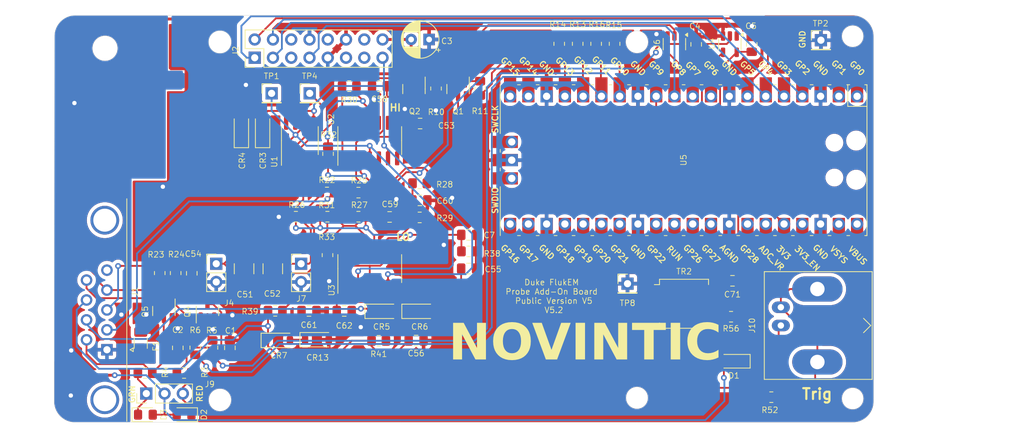
<source format=kicad_pcb>
(kicad_pcb (version 20240108) (generator "pcbnew") (generator_version "8.0")
  (title_block (title "Duke Fluke'EM Probe Public Version V5") (date "2024-03-16") (rev "5.1") (company "novintic") (comment 3 "mirko (novintic)"))
  (layers (0 "F.Cu" signal) (31 "B.Cu" signal) (34 "B.Paste" user) (35 "F.Paste" user) (36 "B.SilkS" user "B.Silkscreen") (37 "F.SilkS" user "F.Silkscreen") (38 "B.Mask" user) (39 "F.Mask" user) (44 "Edge.Cuts" user))
  (net 0 "")
  (net 1 "GND")
  (net 2 "~{RED}")
  (net 3 "~{GRN}")
  (net 4 "+3V3")
  (net 5 "5VProbe")
  (net 6 "Net-(J4-Pin_1)")
  (net 7 "~{PULSEHI_B}")
  (net 8 "~{PULSEHI}")
  (net 9 "PULSELO")
  (net 10 "-.7V")
  (net 11 "0.108V")
  (net 12 "-5V")
  (net 13 "Net-(C71-Pad1)")
  (net 14 "SYNC OUT_A")
  (net 15 "Net-(CR3-K)")
  (net 16 "Net-(CR5-A)")
  (net 17 "Net-(CR13-K)")
  (net 18 "Net-(D1-K)")
  (net 19 "Net-(D2-K)")
  (net 20 "Net-(D3-K)")
  (net 24 "FUSE_GND")
  (net 25 "SHIELD")
  (net 26 "SPISCK_A")
  (net 27 "SPICS_A")
  (net 28 "MOSI_A")
  (net 29 "MISO_A")
  (net 30 "GPIO0_A")
  (net 31 "GPIO1_A")
  (net 32 "~{SYNC_A}")
  (net 33 "TX_A")
  (net 34 "RX_A")
  (net 35 "GPIO0_B")
  (net 36 "GPIO1_B")
  (net 62 "Net-(J10-In)")
  (net 63 "LEDHI_A")
  (net 64 "LEDLO_A")
  (net 65 "0.339V")
  (net 66 "Net-(R56-Pad2)")
  (net 67 "Net-(J10-Ext)")
  (net 70 "Net-(Q1-G)")
  (net 71 "Net-(Q2-G)")
  (net 72 "Net-(Q4-G)")
  (net 73 "Net-(Q5-G)")
  (net 74 "~{HIGH_B}")
  (net 75 "~{LOW_B}")
  (net 76 "Net-(U1-D2)")
  (net 80 "~{HIGH_A}")
  (net 81 "~{LOW_A}")
  (net 90 "PULSELO_B")
  (net 97 "PULSEHI_A")
  (net 98 "~{PULSELO_A}")
  (net 100 "DB9_Probe")
  (footprint "Capacitor_SMD:C_0805_2012Metric_Pad1.18x1.45mm_HandSolder" (layer "F.Cu") (at 149.325 97.6 180)
    (property "Reference" "C60")
    (property "Value" "0.22uF")
  )
  (footprint "Connector_PinHeader_2.54mm:PinHeader_2x08_P2.54mm_Vertical" (layer "F.Cu") (at 126.35 77.74 90)
    (property "Reference" "J2")
    (property "Value" "FluCom3")
  )
  (footprint "Connector_PinHeader_2.54mm:PinHeader_1x02_P2.54mm_Vertical" (layer "F.Cu") (at 132.8 106.425)
    (property "Reference" "J7")
    (property "Value" "Cap_Adj2")
  )
  (footprint "Package_SO:SOIC-14_3.9x8.7mm_P1.27mm" (layer "F.Cu") (at 142.35 89.275 90)
    (property "Reference" "U2")
    (property "Value" "LM361")
  )
  (footprint "Resistor_SMD:R_0805_2012Metric_Pad1.20x1.40mm_HandSolder" (layer "F.Cu") (at 140.771666 99.875)
    (property "Reference" "R27")
    (property "Value" "4420R(1%)")
  )
  (footprint "Package_TO_SOT_SMD:SOT-23" (layer "F.Cu") (at 154.633332 82.1 -90)
    (property "Reference" "Q1")
    (property "Value" "BSS138")
  )
  (footprint "Capacitor_SMD:C_0805_2012Metric_Pad1.18x1.45mm_HandSolder" (layer "F.Cu") (at 156.1 107.1 180)
    (property "Reference" "C55")
    (property "Value" ".001uF")
  )
  (footprint "MCU_RaspberryPi_and_Boards:RPi_Pico_SMD_TH" (layer "F.Cu") (at 186 92 -90)
    (property "Reference" "U5")
    (property "Value" "2040 Pico")
  )
  (footprint "Resistor_SMD:R_0805_2012Metric_Pad1.20x1.40mm_HandSolder" (layer "F.Cu") (at 136.4 96.5 180)
    (property "Reference" "R22")
    (property "Value" "200R")
  )
  (footprint "Resistor_SMD:R_0805_2012Metric_Pad1.20x1.40mm_HandSolder" (layer "F.Cu") (at 156.1 104.7 180)
    (property "Reference" "R38")
    (property "Value" "750R")
  )
  (footprint "Capacitor_SMD:C_0805_2012Metric_Pad1.18x1.45mm_HandSolder" (layer "F.Cu") (at 192.8 108.8)
    (property "Reference" "C71")
    (property "Value" "0.22uF")
  )
  (footprint "Resistor_SMD:R_0805_2012Metric_Pad1.20x1.40mm_HandSolder" (layer "F.Cu") (at 111.1 121.6375)
    (property "Reference" "R4")
    (property "Value" "300R")
  )
  (footprint "Capacitor_SMD:C_0805_2012Metric_Pad1.18x1.45mm_HandSolder" (layer "F.Cu") (at 143.7 81.7)
    (property "Reference" "C58")
    (property "Value" "0.22uF")
  )
  (footprint "Package_TO_SOT_SMD:SOT-23" (layer "F.Cu") (at 148.5 82.1 -90)
    (property "Reference" "Q2")
    (property "Value" "BSS138")
  )
  (footprint "Resistor_SMD:R_0805_2012Metric_Pad1.20x1.40mm_HandSolder" (layer "F.Cu") (at 120.475 118.1075 -90)
    (property "Reference" "R5")
    (property "Value" "1K")
  )
  (footprint "Resistor_SMD:R_0805_2012Metric_Pad1.20x1.40mm_HandSolder" (layer "F.Cu") (at 129.2 112.975 180)
    (property "Reference" "R39")
    (property "Value" "1K")
  )
  (footprint "Package_TO_SOT_SMD:SOT-23-5" (layer "F.Cu") (at 192.4375 75.85 -90)
    (property "Reference" "U4")
    (property "Value" "SN74LV1T34DBV")
  )
  (footprint "Connector_PinHeader_2.54mm:PinHeader_1x02_P2.54mm_Vertical" (layer "F.Cu") (at 121 106.425)
    (property "Reference" "J4")
    (property "Value" "Cap_Adj1")
  )
  (footprint "Connector_PinHeader_2.54mm:PinHeader_1x03_P2.54mm_Vertical" (layer "F.Cu") (at 111.275 124.5 90)
    (property "Reference" "J9")
    (property "Value" "Ext LED")
  )
  (footprint "Package_TO_SOT_SMD:SOT-23" (layer "F.Cu") (at 119.78 113 90)
    (property "Reference" "Q4")
    (property "Value" "BSS138")
  )
  (footprint "Resistor_SMD:R_0805_2012Metric_Pad1.20x1.40mm_HandSolder" (layer "F.Cu") (at 168.7 75.8 90)
    (property "Reference" "R14")
    (property "Value" "10K")
  )
  (footprint "Transformer_SMD:Pulse_P0926NL" (layer "F.Cu") (at 186.06 112)
    (property "Reference" "TR2")
    (property "Value" "PULSE PH9084")
  )
  (footprint "Capacitor_SMD:C_0805_2012Metric_Pad1.18x1.45mm_HandSolder" (layer "F.Cu") (at 122.9 118.1375 -90)
    (property "Reference" "C1")
    (property "Value" "6.8uF 35V")
  )
  (footprint "Capacitor_SMD:C_0805_2012Metric_Pad1.18x1.45mm_HandSolder" (layer "F.Cu") (at 145.1125 99.905 180)
    (property "Reference" "C59")
    (property "Value" "0.22uF")
  )
  (footprint "Capacitor_SMD:C_0805_2012Metric_Pad1.18x1.45mm_HandSolder" (layer "F.Cu") (at 195.475 75.875 -90)
    (property "Reference" "C5")
    (property "Value" "0.1uF")
  )
  (footprint "Resistor_SMD:R_0805_2012Metric_Pad1.20x1.40mm_HandSolder" (layer "F.Cu") (at 151.566666 82.03 -90)
    (property "Reference" "R10")
    (property "Value" "1K")
  )
  (footprint "Diode_SMD:D_SOD-123" (layer "F.Cu") (at 127.445 87.9 90)
    (property "Reference" "CR3")
    (property "Value" "1N4448")
  )
  (footprint "Diode_SMD:D_SOD-123" (layer "F.Cu") (at 144.045 113.05)
    (property "Reference" "CR5")
    (property "Value" "1N4448")
  )
  (footprint "Capacitor_SMD:C_0805_2012Metric_Pad1.18x1.45mm_HandSolder" (layer "F.Cu") (at 133.9 113 180)
    (property "Reference" "C61")
    (property "Value" "0.22uF")
  )
  (footprint "Resistor_SMD:R_0805_2012Metric_Pad1.20x1.40mm_HandSolder" (layer "F.Cu") (at 192.6 113.8 180)
    (property "Reference" "R56")
    (property "Value" "510R")
  )
  (footprint "Package_TO_SOT_SMD:SOT-23" (layer "F.Cu") (at 113.72 113 -90)
    (property "Reference" "Q5")
    (property "Value" "BSS138")
  )
  (footprint "Resistor_SMD:R_0805_2012Metric_Pad1.20x1.40mm_HandSolder" (layer "F.Cu") (at 149.295 95.2275)
    (property "Reference" "R28")
    (property "Value" "200R(1%)")
  )
  (footprint "Package_TO_SOT_SMD:SOT-23-5" (layer "F.Cu") (at 184.725 75.85 -90)
    (property "Reference" "U6")
    (property "Value" "SN74LV1T34DBV")
  )
  (footprint "Capacitor_SMD:C_0805_2012Metric_Pad1.18x1.45mm_HandSolder" (layer "F.Cu") (at 115.655 118.1375 -90)
    (property "Reference" "C2")
    (property "Value" "6.8uF 35V")
  )
  (footprint "Resistor_SMD:R_0805_2012Metric_Pad1.20x1.40mm_HandSolder" (layer "F.Cu") (at 139.5 81.7 180)
    (property "Reference" "R30")
    (property "Value" "2.2K")
  )
  (footprint "Connector_PinHeader_2.54mm:PinHeader_1x01_P2.54mm_Vertical" (layer "F.Cu") (at 205.1 75.3)
    (property "Reference" "TP2")
    (property "Value" "GND")
  )
  (footprint "Capacitor_SMD:C_0805_2012Metric_Pad1.18x1.45mm_HandSolder" (layer "F.Cu") (at 187.75 75.875 -90)
    (property "Reference" "C4")
    (property "Value" "0.1uF")
  )
  (footprint "LED_SMD:LED_0805_2012Metric_Pad1.15x1.40mm_HandSolder" (layer "F.Cu") (at 111.145 127.44125)
    (property "Reference" "D3")
    (property "Value" "LED GREEN")
  )
  (footprint "Capacitor_SMD:C_1210_3225Metric" (layer "F.Cu") (at 128.87 107.125 -90)
    (property "Reference" "C52")
    (property "Value" "5-50pF")
  )
  (footprint "Resistor_SMD:R_0805_2012Metric_Pad1.20x1.40mm_HandSolder" (layer "F.Cu") (at 115.355 107.725 -90)
    (property "Reference" "R24")
    (property "Value" "330R")
  )
  (footprint "Resistor_SMD:R_0805_2012Metric_Pad1.20x1.40mm_HandSolder" (layer "F.Cu") (at 140.775 96.525 180)
    (property "Reference" "R25")
    (property "Value" "150R")
  )
  (footprint "Capacitor_SMD:C_0805_2012Metric_Pad1.18x1.45mm_HandSolder" (layer "F.Cu") (at 138.8 113 180)
    (property "Reference" "C62")
    (property "Value" "0.22uF")
  )
  (footprint "Diode_SMD:D_SOD-123" (layer "F.Cu") (at 129.6 117.1)
    (property "Reference" "CR7")
    (property "Value" "1N4448")
  )
  (footprint "Package_SO:SOIC-14_3.9x8.7mm_P1.27mm" (layer "F.Cu") (at 142.35 107.1 90)
    (property "Reference" "U3")
    (property "Value" "LM361")
  )
  (footprint "Diode_SMD:Nexperia_CFP3_SOD-123W" (layer "F.Cu") (at 193 120 180)
    (property "Reference" "D1")
    (property "Value" "MBR120(520?)")
  )
  (footprint "Capacitor_SMD:C_0805_2012Metric_Pad1.18x1.45mm_HandSolder" (layer "F.Cu") (at 156.1125 102.4)
    (property "Reference" "C7")
    (property "Value" "10nF")
  )
  (footprint "Resistor_SMD:R_0805_2012Metric_Pad1.20x1.40mm_HandSolder" (layer "F.Cu") (at 198.2 125)
    (property "Reference" "R52")
    (property "Value" "100R")
  )
  (footprint "LED_SMD:LED_0805_2012Metric_Pad1.15x1.40mm_HandSolder" (layer "F.Cu") (at 116.525 127.44125 180)
    (property "Reference" "D2")
    (property "Value" "LED RED")
  )
  (footprint "Connector_PinHeader_2.54mm:PinHeader_1x01_P2.54mm_Vertical" (layer "F.Cu") (at 178.2 109.2)
    (property "Reference" "TP8")
    (property "Value" "TP8")
  )
  (footprint "Capacitor_SMD:C_0805_2012Metric_Pad1.18x1.45mm_HandSolder" (layer "F.Cu") (at 149.355 86.9 180)
    (property "Reference" "C53")
    (property "Value" "0.22uF")
  )
  (footprint "Diode_SMD:D_SOD-123" (layer "F.Cu") (at 135 117)
    (property "Reference" "CR13")
    (property "Value" "1N4448")
  )
  (footprint "Resistor_SMD:R_0805_2012Metric_Pad1.20x1.40mm_HandSolder" (layer "F.Cu") (at 136.475 105.225 -90)
    (property "Reference" "R33")
    (property "Value" "10K? 5K?")
  )
  (footprint "Diode_SMD:D_SOD-123" (layer "F.Cu") (at 124.5 87.9 90)
    (property "Reference" "CR4")
    (property "Value" "1N4448")
  )
  (footprint "Connector_Dsub:DSUB-9_Female_Horizontal_P2.77x2.84mm_EdgePinOffset4.94mm_Housed_MountingHolesOffset7.48mm" (layer "F.Cu") (at 105.8 118.4 -90)
    (property "Reference" "J1")
    (property "Value" "9010A Probe")
  )
  (footprint "Connector_PinHeader_2.54mm:PinHeader_1x01_P2.54mm_Vertical" (layer "F.Cu") (at 128.7 82.7)
    (property "Reference" "TP1")
    (property "Value" "TP1")
  )
  (footprint "Resistor_SMD:R_0805_2012Metric_Pad1.20x1.40mm_HandSolder" (layer "F.Cu") (at 176.4 75.8 90)
    (property "Reference" "R15")
    (property "Value" "10K")
  )
  (footprint "Diode_SMD:D_SOD-123" (layer "F.Cu") (at 149.17 113.05)
    (property "Reference" "CR6")
    (property "Value" "1N4448")
  )
  (footprint "Resistor_SMD:R_0805_2012Metric_Pad1.20x1.40mm_HandSolder" (layer "F.Cu") (at 149.295 99.9725 180)
    (property "Reference" "R29")
    (property "Value" "100R(1%)")
  )
  (footprint "Package_SO:SOIC-8_3.9x4.9mm_P1.27mm" (layer "F.Cu") (at 132.625 89.275 90)
    (property "Reference" "U1")
    (property "Value" "JFE2140")
  )
  (footprint "Capacitor_SMD:C_0805_2012Metric_Pad1.18x1.45mm_HandSolder" (layer "F.Cu") (at 148.8 117.12 180)
    (property "Reference" "C56")
    (property "Value" "22uF 15V Tant")
  )
  (footprint "Capacitor_SMD:C_0805_2012Metric_Pad1.18x1.45mm_HandSolder" (layer "F.Cu") (at 117.6 107.755 90)
    (property "Reference" "C54")
    (property "Value" ".001uF")
  )
  (footprint "Resistor_SMD:R_0805_2012Metric_Pad1.20x1.40mm_HandSolder" (layer "F.Cu") (at 113.14 107.725 90)
    (property "Reference" "R23")
    (property "Value" "200R")
  )
  (footprint "Capacitor_SMD:C_1210_3225Metric" (layer "F.Cu") (at 124.87 107.125 -90)
    (property "Reference" "C51")
    (property "Value" "2-10pF")
  )
  (footprint "Resistor_SMD:R_0805_2012Metric_Pad1.20x1.40mm_HandSolder" (layer "F.Cu") (at 157.7 82 90)
    (property "Reference" "R11")
    (property "Value" "1K")
  )
  (footprint "Connector_Coaxial:BNC_Amphenol_B6252HB-NPP3G-50_Horizontal" (layer "F.Cu") (at 199.525 115.025 -90)
    (property "Reference" "J10")
    (property "Value" "Trig Out")
  )
  (footprint "Resistor_SMD:R_0805_2012Metric_Pad1.20x1.40mm_HandSolder" (layer "F.Cu") (at 143.6 117.15 180)
    (property "Reference" "R41")
    (property "Value" "200R")
  )
  (footprint "Capacitor_SMD:C_1206_3216Metric_Pad1.33x1.80mm_HandSolder" (layer "F.Cu") (at 110.5 117.5 90)
    (property "Reference" "F1")
    (property "Value" "Polyfuse")
  )
  (footprint "Resistor_SMD:R_0805_2012Metric_Pad1.20x1.40mm_HandSolder" (layer "F.Cu") (at 118.08 118.1075 -90)
    (property "Reference" "R6")
    (property "Value" "1K")
  )
  (footprint "Connector_PinHeader_2.54mm:PinHeader_1x01_P2.54mm_Vertical" (layer "F.Cu") (at 134 82.7)
    (property "Reference" "TP4")
    (property "Value" "JFET_IN")
  )
  (footprint "Capacitor_THT:CP_Radial_D5.0mm_P2.50mm" (layer "F.Cu") (at 150.605112 75.2 180)
    (property "Reference" "C3")
    (property "Value" "100uF")
  )
  (footprint "Resistor_SMD:R_0805_2012Metric_Pad1.20x1.40mm_HandSolder" (layer "F.Cu") (at 132.075 99.875)
    (property "Reference" "R26")
    (property "Value" "15K(1%)")
  )
  (footprint "Resistor_SMD:R_0805_2012Metric_Pad1.20x1.40mm_HandSolder" (layer "F.Cu") (at 136.460833 99.875 180)
    (property "Reference" "R31")
    (property "Value" "2.2K")
  )
  (footprint "Resistor_SMD:R_0805_2012Metric_Pad1.20x1.40mm_HandSolder" (layer "F.Cu") (at 173.833332 75.8 90)
    (property "Reference" "R16")
    (property "Value" "10K")
  )
  (footprint "Resistor_SMD:R_0805_2012Metric_Pad1.20x1.40mm_HandSolder" (layer "F.Cu") (at 171.266666 75.8 90)
    (property "Reference" "R13")
    (property "Value" "10K")
  )
  (footprint "Resistor_SMD:R_0805_2012Metric_Pad1.20x1.40mm_HandSolder" (layer "F.Cu") (at 116.525 121.6375 180)
    (property "Reference" "R3")
    (property "Value" "300R")
  )
  (footprint "Resistor_SMD:R_0805_2012Metric_Pad1.20x1.40mm_HandSolder" (layer "F.Cu") (at 136.55 91.125 90)
    (property "Reference" "R32")
    (property "Value" "22K")
  )
  (gr_line (start 98.51541 74.74541) (end 98.46541 125.59541) (stroke (width 0.05)) (layer "Edge.Cuts"))
  (gr_arc (start 209.51541 71.84541) (mid 211.56601 72.694804) (end 212.41541 74.74541) (stroke (width 0.05)) (layer "Edge.Cuts"))
  (gr_line (start 121.615354 128.493745) (end 179.51541 128.49541) (stroke (width 0.05)) (layer "Edge.Cuts"))
  (gr_circle (center 209.51541 74.74541) (end 211.01541 74.74541) (stroke (width 0.05)) (fill none) (layer "Edge.Cuts"))
  (gr_arc (start 101.36541 128.49541) (mid 99.3148 127.64602) (end 98.46541 125.59541) (stroke (width 0.05)) (layer "Edge.Cuts"))
  (gr_line (start 101.41541 71.84541) (end 209.51541 71.84541) (stroke (width 0.05)) (layer "Edge.Cuts"))
  (gr_arc (start 212.41541 125.59541) (mid 211.566017 127.646017) (end 209.51541 128.49541) (stroke (width 0.05)) (layer "Edge.Cuts"))
  (gr_line (start 115.56541 128.49541) (end 121.615354 128.493745) (stroke (width 0.05)) (layer "Edge.Cuts"))
  (gr_line (start 212.41541 125.19541) (end 212.41541 74.74541) (stroke (width 0.05)) (layer "Edge.Cuts"))
  (gr_circle (center 121.51541 125.38666) (end 122.91541 126.08666) (stroke (width 0.05)) (fill none) (layer "Edge.Cuts"))
  (gr_circle (center 179.51541 75.54541) (end 181.01541 75.94541) (stroke (width 0.05)) (fill none) (layer "Edge.Cuts"))
  (gr_line (start 212.41541 125.19541) (end 212.41541 125.59541) (stroke (width 0.05)) (layer "Edge.Cuts"))
  (gr_circle (center 121.51541 75.54541) (end 122.81541 76.44541) (stroke (width 0.05)) (fill none) (layer "Edge.Cuts"))
  (gr_line (start 179.51541 128.49541) (end 209.51541 128.49541) (stroke (width 0.05)) (layer "Edge.Cuts"))
  (gr_circle (center 209.51541 125.19541) (end 211.01541 125.19541) (stroke (width 0.05)) (fill none) (layer "Edge.Cuts"))
  (gr_circle (center 105.53 76.425) (end 105.53 74.675) (stroke (width 0.05)) (fill none) (layer "Edge.Cuts"))
  (gr_line (start 115.56541 128.49541) (end 101.36541 128.49541) (stroke (width 0.05)) (layer "Edge.Cuts"))
  (gr_arc (start 98.51541 74.74541) (mid 99.3648 72.6948) (end 101.41541 71.84541) (stroke (width 0.05)) (layer "Edge.Cuts"))
  (gr_circle (center 179.51541 125.09541) (end 180.81541 125.89541) (stroke (width 0.05)) (fill none) (layer "Edge.Cuts"))
  (gr_text "HI" (at 145.9 84.7 0) (layer "F.SilkS") (effects (font (size 1 1) (thickness 0.2))))
  (gr_text "NOVINTIC" (at 153.3 120.6 0) (layer "F.SilkS") (effects (font (size 5 5) (thickness 0.3) (bold yes)) (justify left bottom)))
  (gr_text "RED" (at 118.7 124.5 90) (layer "F.SilkS") (effects (font (size 0.8 0.8))))
  (gr_text "Duke FlukEM \nProbe Add-On Board \nPublic Version V5\nV5.2\n" (at 167.95 110.95 0) (layer "F.SilkS") (effects (font (size 0.8 0.8) (thickness 0.1))))
  (gr_text "GRN" (at 109.3 124.6 90) (layer "F.SilkS") (effects (font (size 0.8 0.8) (thickness 0.15) (bold yes))))
  (gr_text "LO" (at 146.975 102.7 0) (layer "F.SilkS") (effects (font (size 1 1) (thickness 0.2))))
  (gr_text "Trig" (at 202.3 125.45 0) (layer "F.SilkS") (effects (font (size 1.5 1.5) (thickness 0.3) (bold yes)) (justify left bottom)))
  (gr_text "GND" (at 203 76.5 90) (layer "F.SilkS") (effects (font (size 0.8 0.8) (thickness 0.15) (bold yes)) (justify left bottom)))
  (segment (start 143.62 104.625) (end 143.62 102.705) (width 0.25) (layer "F.Cu") (net 1))
  (segment (start 173.833332 74.8) (end 176.4 74.8) (width 0.25) (layer "F.Cu") (net 1))
  (segment (start 171.266666 74.8) (end 173.833332 74.8) (width 0.25) (layer "F.Cu") (net 1))
  (segment (start 143.6 86.78) (end 143.6 84.2) (width 0.25) (layer "F.Cu") (net 1))
  (segment (start 143.62 102.705) (end 144.775 101.55) (width 0.25) (layer "F.Cu") (net 1))
  (segment (start 143.62 86.8) (end 143.6 86.78) (width 0.25) (layer "F.Cu") (net 1))
  (segment (start 146.15 101.15) (end 146.15 99.905) (width 0.25) (layer "F.Cu") (net 1))
  (segment (start 145.75 101.55) (end 146.15 101.15) (width 0.25) (layer "F.Cu") (net 1))
  (segment (start 144.775 101.55) (end 145.75 101.55) (width 0.25) (layer "F.Cu") (net 1))
  (segment (start 143.6 84.2) (end 142.925 83.525) (width 0.25) (layer "F.Cu") (net 1))
  (segment (start 136.51 77.74) (end 139.05 75.2) (width 0.5) (layer "F.Cu") (net 1))
  (segment (start 168.7 74.8) (end 171.266666 74.8) (width 0.25) (layer "F.Cu") (net 1))
  (via (at 151.55 85.075) (size 1) (drill 0.6) (layers "F.Cu" "B.Cu") (net 1))
  (via (at 146.05 97.425) (size 1) (drill 0.6) (layers "F.Cu" "B.Cu") (net 1))
  (via (at 153.8 97.25) (size 1) (drill 0.6) (layers "F.Cu" "B.Cu") (net 1))
  (via (at 142.925 83.525) (size 1) (drill 0.6) (layers "F.Cu" "B.Cu") (net 1))
  (via (at 147.225 84.875) (size 1) (drill 0.6) (layers "F.Cu" "B.Cu") (net 1))
  (via (at 182.225 74.45) (size 1) (drill 0.6) (layers "F.Cu" "B.Cu") (net 1))
  (via (at 123.239016 113.595) (size 1) (drill 0.6) (layers "F.Cu" "B.Cu") (net 1))
  (via (at 129.7 99.9) (size 1) (drill 0.6) (layers "F.Cu" "B.Cu") (net 1))
  (via (at 125.125 81.525) (size 1) (drill 0.6) (layers "F.Cu" "B.Cu") (net 1))
  (via (at 141.1 115.25) (size 1) (drill 0.6) (layers "F.Cu" "B.Cu") (net 1))
  (via (at 136.7 108.85) (size 1) (drill 0.6) (layers "F.Cu" "B.Cu") (net 1))
  (via (at 152.65 103.8) (size 1) (drill 0.6) (layers "F.Cu" "B.Cu") (net 1))
  (via (at 111.275 113.5) (size 1) (drill 0.6) (layers "F.Cu" "B.Cu") (net 1))
  (via (at 195.5 73.325) (size 1) (drill 0.6) (layers "F.Cu" "B.Cu") (net 1))
  (via (at 120.525 115.575) (size 1) (drill 0.6) (layers "F.Cu" "B.Cu") (net 1))
  (via (at 113.575 95.7) (size 1) (drill 0.6) (layers "F.Cu" "B.Cu") (net 1))
  (via (at 115.65 115.425) (size 1) (drill 0.6) (layers "F.Cu" "B.Cu") (net 1))
  (segment (start 116.875 120.2875) (end 115.525 121.6375) (width 0.25) (layer "F.Cu") (net 2))
  (segment (start 117.35 118.1) (end 116.875 118.575) (width 0.25) (layer "F.Cu") (net 2))
  (segment (start 104.33863 111.215) (end 111.567696 111.215) (width 0.25) (layer "F.Cu") (net 2))
  (segment (start 121.575 118.1) (end 117.35 118.1) (width 0.25) (layer "F.Cu") (net 2))
  (segment (start 102.96 108.705) (end 102.96 109.83637) (width 0.25) (layer "F.Cu") (net 2))
  (segment (start 122.9 119.175) (end 121.7 117.975) (width 0.25) (layer "F.Cu") (net 2))
  (segment (start 111.567696 111.215) (end 112.132696 110.65) (width 0.25) (layer "F.Cu") (net 2))
  (segment (start 118.3675 110.65) (end 119.78 112.0625) (width 0.25) (layer "F.Cu") (net 2))
  (segment (start 121.7 117.975) (end 121.7 113.2) (width 0.25) (layer "F.Cu") (net 2))
  (segment (start 120.5625 112.0625) (end 119.78 112.0625) (width 0.25) (layer "F.Cu") (net 2))
  (segment (start 121.7 113.2) (end 120.5625 112.0625) (width 0.25) (layer "F.Cu") (net 2))
  (segment (start 116.875 118.575) (end 116.875 120.2875) (width 0.25) (layer "F.Cu") (net 2))
  (segment (start 102.96 109.83637) (end 104.33863 111.215) (width 0.25) (layer "F.Cu") (net 2))
  (segment (start 121.7 117.975) (end 121.575 118.1) (width 0.25) (layer "F.Cu") (net 2))
  (segment (start 112.132696 110.65) (end 118.3675 110.65) (width 0.25) (layer "F.Cu") (net 2))
  (segment (start 113.7 119.25) (end 113.775 119.175) (width 0.25) (layer "F.Cu") (net 3))
  (segment (start 112.1 121.6375) (end 113.7 120.0375) (width 0.25) (layer "F.Cu") (net 3))
  (segment (start 110.8625 120.4) (end 112.1 121.6375) (width 0.25) (layer "F.Cu") (net 3))
  (segment (start 113.72 113.9375) (end 113.7 113.9575) (width 0.25) (layer "F.Cu") (net 3))
  (segment (start 102.96 117.015) (end 102.96 118.96) (width 0.25) (layer "F.Cu") (net 3))
  (segment (start 104.4 120.4) (end 110.8625 120.4) (width 0.25) (layer "F.Cu") (net 3))
  (segment (start 102.96 118.96) (end 104.4 120.4) (width 0.25) (layer "F.Cu") (net 3))
  (segment (start 113.775 119.175) (end 115.655 119.175) (width 0.25) (layer "F.Cu") (net 3))
  (segment (start 113.7 120.0375) (end 113.7 119.25) (width 0.25) (layer "F.Cu") (net 3))
  (segment (start 113.7 113.9575) (end 113.7 119.25) (width 0.25) (layer "F.Cu") (net 3))
  (segment (start 191.075 85.25) (end 191.075 79.3) (width 0.25) (layer "F.Cu") (net 4))
  (segment (start 193.4625 76.9125) (end 195.475 76.9125) (width 0.25) (layer "F.Cu") (net 4))
  (segment (start 188.55 85.375) (end 189.75 86.575) (width 0.25) (layer "F.Cu") (net 4))
  (segment (start 187.8 76.9625) (end 187.8 79.46) (width 0.25) (layer "F.Cu") (net 4))
  (segment (start 188.55 80.21) (end 188.55 85.375) (width 0.25) (layer "F.Cu") (net 4))
  (segment (start 189.75 86.575) (end 189.75 90.67) (width 0.25) (layer "F.Cu") (net 4))
  (segment (start 189.75 86.575) (end 191.075 85.25) (width 0.25) (layer "F.Cu") (net 4))
  (segment (start 187.8 79.46) (end 188.55 80.21) (width 0.25) (layer "F.Cu") (net 4))
  (segment (start 187.675 76.9875) (end 187.75 76.9125) (width 0.25) (layer "F.Cu") (net 4))
  (segment (start 189.75 90.67) (end 199.97 100.89) (width 0.25) (layer "F.Cu") (net 4))
  (segment (start 191.075 79.3) (end 193.4625 76.9125) (width 0.25) (layer "F.Cu") (net 4))
  (segment (start 185.675 76.9875) (end 187.675 76.9875) (width 0.25) (layer "F.Cu") (net 4))
  (segment (start 119.325 78.7875) (end 119.35 78.7625) (width 0.25) (layer "F.Cu") (net 5))
  (segment (start 146.16 104.625) (end 146.16 104.2) (width 0.25) (layer "F.Cu") (net 5))
  (segment (start 142.975 102.525) (end 141.85 101.4) (width 0.25) (layer "F.Cu") (net 5))
  (segment (start 144.13 75.2) (end 148.105112 75.2) (width 0.4) (layer "F.Cu") (net 5))
  (segment (start 104.6125 108.4375) (end 104.6125 108.9025) (width 0.25) (layer "F.Cu") (net 5))
  (segment (start 134.725 89.2) (end 137.125 86.8) (width 0.25) (layer "F.Cu") (net 5))
  (segment (start 99.375 108.35) (end 99.375 107.275) (width 0.25) (layer "F.Cu") (net 5))
  (segment (start 122.7125 79.975) (end 121.5 78.7625) (width 0.4) (layer "F.Cu") (net 5))
  (segment (start 141.771666 99.875) (end 144.045 99.875) (width 0.25) (layer "F.Cu") (net 5))
  (segment (start 138.54 86.8) (end 138.54 89.735) (width 0.25) (layer "F.Cu") (net 5))
  (segment (start 113.70875 127.44125) (end 115.5 127.44125) (width 0.25) (layer "F.Cu") (net 5))
  (segment (start 141.771666 99.875) (end 141.771666 101.321666) (width 0.25) (layer "F.Cu") (net 5))
  (segment (start 113.815 127.335) (end 113.70875 127.44125) (width 0.25) (layer "F.Cu") (net 5))
  (segment (start 145.2125 83.1875) (end 145.71 83.685) (width 0.25) (layer "F.Cu") (net 5))
  (segment (start 120.65 90.4) (end 119.325 89.075) (width 0.25) (layer "F.Cu") (net 5))
  (segment (start 148.105112 77.244888) (end 145.375 79.975) (width 0.4) (layer "F.Cu") (net 5))
  (segment (start 136.84 111.275) (end 138.54 109.575) (width 0.25) (layer "F.Cu") (net 5))
  (segment (start 119.35 74.85) (end 116.85 72.35) (width 0.4) (layer "F.Cu") (net 5))
  (segment (start 144.5625 83.1875) (end 144.245 83.505) (width 0.25) (layer "F.Cu") (net 5))
  (segment (start 129.55 95.35) (end 132.425 95.35) (width 0.25) (layer "F.Cu") (net 5))
  (segment (start 145.71 86.35) (end 146.16 86.8) (width 0.25) (layer "F.Cu") (net 5))
  (segment (start 116.85 72.35) (end 101.075 72.35) (width 0.4) (layer "F.Cu") (net 5))
  (segment (start 140.21 88.3) (end 139.81 87.9) (width 0.25) (layer "F.Cu") (net 5))
  (segment (start 119.55 111) (end 120.130908 111) (width 0.25) (layer "F.Cu") (net 5))
  (segment (start 118.625 110.075) (end 119.55 111) (width 0.25) (layer "F.Cu") (net 5))
  (segment (start 133.1 96.025) (end 133.1 97.514167) (width 0.25) (layer "F.Cu") (net 5))
  (segment (start 121.5 78.7625) (end 121.5 78.725) (width 0.4) (layer "F.Cu") (net 5))
  (segment (start 124.5 90.4) (end 124.6 90.4) (width 0.25) (layer "F.Cu") (net 5))
  (segment (start 99.375 119.8) (end 99.375 108.35) (width 0.4) (layer "F.Cu") (net 5))
  (segment (start 105.8 110.09) (end 113.2 110.09) (width 0.25) (layer "F.Cu") (net 5))
  (segment (start 119.325 89.075) (end 119.325 78.7875) (width 0.25) (layer "F.Cu") (net 5))
  (segment (start 120.405908 111.275) (end 136.84 111.275) (width 0.25) (layer "F.Cu") (net 5))
  (segment (start 155.1 102.425) (end 155.075 102.4) (width 0.25) (layer "F.Cu") (net 5))
  (segment (start 144.7375 81.7) (end 144.7375 83.1875) (width 0.25) (layer "F.Cu") (net 5))
  (segment (start 133.1 97.514167) (end 132.075 98.539167) (width 0.25) (layer "F.Cu") (net 5))
  (segment (start 99.375 74.05) (end 99.375 108.35) (width 0.4) (layer "F.Cu") (net 5))
  (segment (start 104.6125 108.9025) (end 105.8 110.09) (width 0.25) (layer "F.Cu") (net 5))
  (segment (start 124.6 90.4) (end 129.55 95.35) (width 0.25) (layer "F.Cu") (net 5))
  (segment (start 138.5 81.7) (end 138.525 81.725) (width 0.25) (layer "F.Cu") (net 5))
  (segment (start 124.5 90.4) (end 124.5 89.55) (width 0.25) (layer "F.Cu") (net 5))
  (segment (start 131.99 91.01) (end 133.8 89.2) (width 0.25) (layer "F.Cu") (net 5))
  (segment (start 145.71 83.685) (end 145.71 86.35) (width 0.25) (layer "F.Cu") (net 5))
  (segment (start 119.425 78.725) (end 119.35 78.65) (width 0.4) (layer "F.Cu") (net 5))
  (segment (start 133.8 89.2) (end 134.725 89.2) (width 0.25) (layer "F.Cu") (net 5))
  (segment (start 144.045 99.875) (end 144.075 99.905) (width 0.25) (layer "F.Cu") (net 5))
  (segment (start 143.770908 88.3) (end 140.21 88.3) (width 0.25) (layer "F.Cu") (net 5))
  (segment (start 120.130908 111) (end 120.405908 111.275) (width 0.25) (layer "F.Cu") (net 5))
  (segment (start 141.771666 101.321666) (end 141.85 101.4) (width 0.25) (layer "F.Cu") (net 5))
  (segment (start 124.5 90.4) (end 120.65 90.4) (width 0.25) (layer "F.Cu") (net 5))
  (segment (start 103.45 107.275) (end 104.6125 108.4375) (width 0.25) (layer "F.Cu") (net 5))
  (segment (start 139.81 86.8) (end 138.54 86.8) (width 0.25) (layer "F.Cu") (net 5))
  (segment (start 113.815 124.5) (end 113.815 127.335) (width 0.25) (layer "F.Cu") (net 5))
  (segment (start 106.875 121.95) (end 101.525 121.95) (width 0.4) (layer "F.Cu") (net 5))
  (segment (start 99.375 107.275) (end 103.45 107.275) (width 0.25) (layer "F.Cu") (net 5))
  (segment (start 138.55 89.75) (end 138.55 91.74) (width 0.25) (layer "F.Cu") (net 5))
  (segment (start 146.26 86.9) (end 148.3175 86.9) (width 0.25) (layer "F.Cu") (net 5))
  (segment (start 139.81 104.625) (end 139.81 105.599999) (width 0.25) (layer "F.Cu") (net 5))
  (segment (start 135.460833 99.875) (end 135.460833 101.425) (width 0.25) (layer "F.Cu") (net 5))
  (segment (start 137.125 86.8) (end 138.54 86.8) (width 0.25) (layer "F.Cu") (net 5))
  (segment (start 113.2 110.09) (end 113.2 108.775) (width 0.25) (layer "F.Cu") (net 5))
  (segment (start 101.525 121.95) (end 99.375 119.8) (width 0.4) (layer "F.Cu") (net 5))
  (segment (start 142.975 105.75) (end 142.975 102.525) (width 0.25) (layer "F.Cu") (net 5))
  (segment (start 132.425 95.35) (end 133.1 96.025) (width 0.25) (layer "F.Cu") (net 5))
  (segment (start 112.17 127.44125) (end 113.70875 127.44125) (width 0.25) (layer "F.Cu") (net 5))
  (segment (start 131.99 91.75) (end 131.99 91.01) (width 0.25) (layer "F.Cu") (net 5))
  (segment (start 101.075 72.35) (end 99.375 74.05) (width 0.4) (layer "F.Cu") (net 5))
  (segment (start 139.81 87.9) (end 139.81 86.8) (width 0.25) (layer "F.Cu") (net 5))
  (segment (start 144.7375 83.1875) (end 144.5625 83.1875) (width 0.25) (layer "F.Cu") (net 5))
  (segment (start 132.075 98.539167) (end 132.075 101.45) (width 0.25) (layer "F.Cu") (net 5))
  (segment (start 148.105112 75.2) (end 148.105112 77.244888) (width 0.4) (layer "F.Cu") (net 5))
  (segment (start 155.1 104.7) (end 155.1 102.425) (width 0.25) (layer "F.Cu") (net 5))
  (segment (start 147.96 102.4) (end 155.075 102.4) (width 0.25) (layer "F.Cu") (net 5))
  (segment (start 138.525 81.725) (end 138.525 86.785) (width 0.25) (layer "F.Cu") (net 5))
  (segment (start 119.35 78.65) (end 119.35 74.85) (width 0.4) (layer "F.Cu") (net 5))
  (segment (start 144.245 87.825908) (end 143.770908 88.3) (width 0.25) (layer "F.Cu") (net 5))
  (segment (start 119.35 78.7625) (end 119.35 78.65) (width 0.4) (layer "F.Cu") (net 5))
  (segment (start 138.55 91.74) (end 138.54 91.75) (width 0.25) (layer "F.Cu") (net 5))
  (segment (start 146.16 86.8) (end 146.26 86.9) (width 0.25) (layer "F.Cu") (net 5))
  (segment (start 139.81 104.625) (end 138.54 104.625) (width 0.25) (layer "F.Cu") (net 5))
  (segment (start 140.285001 106.075) (end 142.65 106.075) (width 0.25) (layer "F.Cu") (net 5))
  (segment (start 121.5 78.725) (end 119.425 78.725) (width 0.4) (layer "F.Cu") (net 5))
  (segment (start 146.16 104.2) (end 147.96 102.4) (width 0.25) (layer "F.Cu") (net 5))
  (segment (start 139.81 105.599999) (end 140.285001 106.075) (width 0.25) (layer "F.Cu") (net 5))
  (segment (start 138.5 81.7) (end 138.5 80.141701) (width 0.25) (layer "F.Cu") (net 5))
  (segment (start 191.6 122.3) (end 191.6 120) (width 0.25) (layer "F.Cu") (net 5))
  (segment (start 113.2 110.09) (end 113.215 110.075) (width 0.25) (layer "F.Cu") (net 5))
  (segment (start 138.525 86.785) (end 138.54 86.8) (width 0.25) (layer "F.Cu") (net 5))
  (segment (start 144.245 83.505) (end 144.245 87.825908) (width 0.25) (layer "F.Cu") (net 5))
  (segment (start 145.375 79.975) (end 122.7125 79.975) (width 0.4) (layer "F.Cu") (net 5))
  (segment (start 113.215 110.075) (end 118.625 110.075) (width 0.25) (layer "F.Cu") (net 5))
  (segment (start 144.7375 83.1875) (end 145.2125 83.1875) (width 0.25) (layer "F.Cu") (net 5))
  (segment (start 142.65 106.075) (end 142.975 105.75) (width 0.25) (layer "F.Cu") (net 5))
  (via (at 141.85 101.4) (size 0.8) (drill 0.4) (layers "F.Cu" "B.Cu") (net 5))
  (via (at 135.460833 101.425) (size 0.8) (drill 0.4) (layers "F.Cu" "B.Cu") (net 5))
  (via (at 191.6 122.3) (size 0.8) (drill 0.4) (layers "F.Cu" "B.Cu") (net 5))
  (via (at 132.075 101.45) (size 0.8) (drill 0.4) (layers "F.Cu" "B.Cu") (net 5))
  (via (at 106.875 121.95) (size 0.8) (drill 0.4) (layers "F.Cu" "B.Cu") (net 5))
  (via (at 147.96 102.4) (size 0.8) (drill 0.4) (layers "F.Cu" "B.Cu") (net 5))
  (segment (start 113.815 126.915) (end 115.1 128.2) (width 0.25) (layer "B.Cu") (net 5))
  (segment (start 135.410833 101.475) (end 135.460833 101.425) (width 0.25) (layer "B.Cu") (net 5))
  (segment (start 115.1 128.2) (end 189.025 128.2) (width 0.25) (layer "B.Cu") (net 5))
  (segment (start 191.675 125.55) (end 191.675 122.375) (width 0.25) (layer "B.Cu") (net 5))
  (segment (start 111.265 121.95) (end 113.815 124.5) (width 0.25) (layer "B.Cu") (net 5))
  (segment (start 113.815 124.5) (end 113.815 126.915) (width 0.25) (layer "B.Cu") (net 5))
  (segment (start 189.025 128.2) (end 191.675 125.55) (width 0.25) (layer "B.Cu") (net 5))
  (segment (start 132.1 101.475) (end 135.410833 101.475) (width 0.25) (layer "B.Cu") (net 5))
  (segment (start 147.96 102.4) (end 142.85 102.4) (width 0.25) (layer "B.Cu") (net 5))
  (segment (start 106.875 121.95) (end 111.265 121.95) (width 0.25) (layer "B.Cu") (net 5))
  (segment (start 141.775 101.475) (end 141.85 101.4) (width 0.25) (layer "B.Cu") (net 5))
  (segment (start 132.075 101.45) (end 132.1 101.475) (width 0.25) (layer "B.Cu") (net 5))
  (segment (start 135.510833 101.475) (end 141.775 101.475) (width 0.25) (layer "B.Cu") (net 5))
  (segment (start 135.460833 101.425) (end 135.510833 101.475) (width 0.25) (layer "B.Cu") (net 5))
  (segment (start 191.675 122.375) (end 191.6 122.3) (width 0.25) (layer "B.Cu") (net 5))
  (segment (start 142.85 102.4) (end 141.85 101.4) (width 0.25) (layer "B.Cu") (net 5))
  (segment (start 136.45 101.725) (end 136.45 99.15) (width 0.25) (layer "F.Cu") (net 6))
  (segment (start 123.05 107.375) (end 123.05 109.05) (width 0.25) (layer "F.Cu") (net 6))
  (segment (start 124.625 110.625) (end 133.75 110.625) (width 0.25) (layer "F.Cu") (net 6))
  (segment (start 124.87 105.65) (end 122.85 105.65) (width 0.25) (layer "F.Cu") (net 6))
  (segment (start 136.85 98.75) (end 139.886396 98.75) (width 0.25) (layer "F.Cu") (net 6))
  (segment (start 122.075 106.425) (end 121 106.425) (width 0.25) (layer "F.Cu") (net 6))
  (segment (start 141.775 96.861396) (end 141.775 96.525) (width 0.25) (layer "F.Cu") (net 6))
  (segment (start 121 106.425) (end 122.1 106.425) (width 0.25) (layer "F.Cu") (net 6))
  (segment (start 139.886396 98.75) (end 141.775 96.861396) (width 0.25) (layer "F.Cu") (net 6))
  (segment (start 133.75 110.625) (end 135.075 109.3) (width 0.25) (layer "F.Cu") (net 6))
  (segment (start 135.075 103.1) (end 136.45 101.725) (width 0.25) (layer "F.Cu") (net 6))
  (segment (start 123.05 109.05) (end 124.625 110.625) (width 0.25) (layer "F.Cu") (net 6))
  (segment (start 122.1 106.425) (end 123.05 107.375) (width 0.25) (layer "F.Cu") (net 6))
  (segment (start 135.075 109.3) (end 135.075 103.1) (width 0.25) (layer "F.Cu") (net 6))
  (segment (start 122.85 105.65) (end 122.075 106.425) (width 0.25) (layer "F.Cu") (net 6))
  (segment (start 136.45 99.15) (end 136.85 98.75) (width 0.25) (layer "F.Cu") (net 6))
  (segment (start 119.936396 104.575) (end 119.2 105.311396) (width 0.25) (layer "F.Cu") (net 7))
  (segment (start 134.25 99.075) (end 134.25 101.038604) (width 0.25) (layer "F.Cu") (net 7))
  (segment (start 149.086396 90.463604) (end 147.088604 90.463604) (width 0.25) (layer "F.Cu") (net 7))
  (segment (start 134.25 101.038604) (end 134.6 101.388604) (width 0.25) (layer "F.Cu") (net 7))
  (segment (start 140.455 94.48) (end 140.775 94.8) (width 0.25) (layer "F.Cu") (net 7))
  (segment (start 115.5 108.7) (end 115.5375 108.7375) (width 0.25) (layer "F.Cu") (net 7))
  (segment (start 133.675 107.725) (end 131.25 107.725) (width 0.25) (layer "F.Cu") (net 7))
  (segment (start 127.39995 107.175) (end 126.9 106.67505) (width 0.25) (layer "F.Cu") (net 7))
  (segment (start 145.375 88.75) (end 141.267588 88.75) (width 0.25) (layer "F.Cu") (net 7))
  (segment (start 134.6 106.8) (end 133.675 107.725) (width 0.25) (layer "F.Cu") (net 7))
  (segment (start 139.7 98.3) (end 135.025 98.3) (width 0.25) (layer "F.Cu") (net 7))
  (segment (start 126.35 104.575) (end 119.936396 104.575) (width 0.25) (layer "F.Cu") (net 7))
  (segment (start 135.025 98.3) (end 134.25 99.075) (width 0.25) (layer "F.Cu") (net 7))
  (segment (start 140.455 89.562588) (end 140.455 94.48) (width 0.25) (layer "F.Cu") (net 7))
  (segment (start 115.5375 108.7375) (end 117.6 108.7375) (width 0.25) (layer "F.Cu") (net 7))
  (segment (start 126.9 106.67505) (end 126.9 105.125) (width 0.25) (layer "F.Cu") (net 7))
  (segment (start 149.35 90.2) (end 149.086396 90.463604) (width 0.25) (layer "F.Cu") (net 7))
  (segment (start 141.267588 88.75) (end 140.455 89.562588) (width 0.25) (layer "F.Cu") (net 7))
  (segment (start 148.5 83.0375) (end 149.35 83.8875) (width 0.25) (layer "F.Cu") (net 7))
  (segment (start 119.2 107.1925) (end 117.6 108.7925) (width 0.25) (layer "F.Cu") (net 7))
  (segment (start 149.35 83.8875) (end 149.35 90.2) (width 0.25) (layer "F.Cu") (net 7))
  (segment (start 119.2 105.311396) (end 119.2 107.1925) (width 0.25) (layer "F.Cu") (net 7))
  (segment (start 140.775 94.8) (end 140.775 97.225) (width 0.25) (layer "F.Cu") (net 7))
  (segment (start 134.6 101.388604) (end 134.6 106.8) (width 0.25) (layer "F.Cu") (net 7))
  (segment (start 115.4 108.7) (end 115.5 108.7) (width 0.25) (layer "F.Cu") (net 7))
  (segment (start 131.25 107.725) (end 130.7 107.175) (width 0.25) (layer "F.Cu") (net 7))
  (segment (start 126.9 105.125) (end 126.35 104.575) (width 0.25) (layer "F.Cu") (net 7))
  (segment (start 147.088604 90.463604) (end 145.375 88.75) (width 0.25) (layer "F.Cu") (net 7))
  (segment (start 140.775 97.225) (end 139.7 98.3) (width 0.25) (layer "F.Cu") (net 7))
  (segment (start 130.7 107.175) (end 127.39995 107.175) (width 0.25) (layer "F.Cu") (net 7))
  (segment (start 107.815 106.725) (end 113.14 106.725) (width 0.25) (layer "F.Cu") (net 8))
  (segment (start 107.35 106.74) (end 107.8 106.74) (width 0.25) (layer "F.Cu") (net 8))
  (segment (start 107.8 106.74) (end 107.815 106.725) (width 0.25) (layer "F.Cu") (net 8))
  (segment (start 113.2 106.775) (end 117.6 106.775) (width 0.25) (layer "F.Cu") (net 8))
  (via (at 107.35 106.74) (size 0.8) (drill 0.4) (layers "F.Cu" "B.Cu") (net 8))
  (segment (start 107.35 111.31) (end 107.35 106.74) (width 0.25) (layer "B.Cu") (net 8))
  (segment (start 105.8 112.86) (end 107.35 111.31) (width 0.25) (layer "B.Cu") (net 8))
  (segment (start 153.3 111.45) (end 144.636396 111.45) (width 0.25) (layer "F.Cu") (net 9))
  (segment (start 142.395 113.05) (end 142.395 113.695) (width 0.25) (layer "F.Cu") (net 9))
  (segment (start 155.0625 109.6875) (end 153.3 111.45) (width 0.25) (layer "F.Cu") (net 9))
  (segment (start 142.395 113.695) (end 144.6 115.9) (width 0.25) (layer "F.Cu") (net 9))
  (segment (start 143.036396 113.05) (end 142.395 113.05) (width 0.25) (layer "F.Cu") (net 9))
  (segment (start 144.636396 111.45) (end 143.036396 113.05) (width 0.25) (layer "F.Cu") (net 9))
  (segment (start 155.0625 107.1) (end 155.0625 109.6875) (width 0.25) (layer "F.Cu") (net 9))
  (segment (start 142.025 112.68) (end 142.395 113.05) (width 0.25) (layer "F.Cu") (net 9))
  (segment (start 141.12 112.68) (end 142.025 112.68) (width 0.25) (layer "F.Cu") (net 9))
  (segment (start 144.6 115.9) (end 144.6 117.15) (width 0.25) (layer "F.Cu") (net 9))
  (via (at 141.12 112.68) (size 0.8) (drill 0.4) (layers "F.Cu" "B.Cu") (net 9))
  (segment (start 115.84 112.72) (end 141.08 112.72) (width 0.25) (layer "B.Cu") (net 9))
  (segment (start 105.02 116.9) (end 111.66 116.9) (width 0.25) (layer "B.Cu") (net 9))
  (segment (start 102.96 114.245) (end 102.96 114.84) (width 0.25) (layer "B.Cu") (net 9))
  (segment (start 102.96 114.84) (end 105.02 116.9) (width 0.25) (layer "B.Cu") (net 9))
  (segment (start 111.66 116.9) (end 115.84 112.72) (width 0.25) (layer "B.Cu") (net 9))
  (segment (start 141.08 112.72) (end 141.12 112.68) (width 0.25) (layer "B.Cu") (net 9))
  (segment (start 128.2 117) (end 128.2 117.9) (width 0.25) (layer "F.Cu") (net 10))
  (segment (start 137.7 119.3) (end 139.85 117.15) (width 0.25) (layer "F.Cu") (net 10))
  (segment (start 142.6 117.9) (end 143.7 119) (width 0.25) (layer "F.Cu") (net 10))
  (segment (start 128.2 117) (end 128.2 115.1) (width 0.25) (layer "F.Cu") (net 10))
  (segment (start 128.2 117.9) (end 129.6 119.3) (width 0.25) (layer "F.Cu") (net 10))
  (segment (start 145.8825 119) (end 147.7625 117.12) (width 0.25) (layer "F.Cu") (net 10))
  (segment (start 139.85 117.15) (end 142.6 117.15) (width 0.25) (layer "F.Cu") (net 10))
  (segment (start 129.6 119.3) (end 137.7 119.3) (width 0.25) (layer "F.Cu") (net 10))
  (segment (start 128.2 115.1) (end 128.2 112.975) (width 0.25) (layer "F.Cu") (net 10))
  (segment (start 143.7 119) (end 145.8825 119) (width 0.25) (layer "F.Cu") (net 10))
  (segment (start 142.6 117.15) (end 142.6 117.9) (width 0.25) (layer "F.Cu") (net 10))
  (via (at 128.2 115.1) (size 0.8) (drill 0.4) (layers "F.Cu" "B.Cu") (net 10))
  (segment (start 125.263602 115.1) (end 128.2 115.1) (width 0.25) (layer "B.Cu") (net 10))
  (segment (start 101.6 117.97) (end 104.679738 121.049738) (width 0.25) (layer "B.Cu") (net 10))
  (segment (start 120.22 117.025) (end 123.338602 117.025) (width 0.25) (layer "B.Cu") (net 10))
  (segment (start 116.195262 121.049738) (end 120.22 117.025) (width 0.25) (layer "B.Cu") (net 10))
  (segment (start 123.338602 117.025) (end 125.263602 115.1) (width 0.25) (layer "B.Cu") (net 10))
  (segment (start 102.96 111.475) (end 101.6 112.835) (width 0.25) (layer "B.Cu") (net 10))
  (segment (start 104.679738 121.049738) (end 116.195262 121.049738) (width 0.25) (layer "B.Cu") (net 10))
  (segment (start 101.6 112.835) (end 101.6 117.97) (width 0.25) (layer "B.Cu") (net 10))
  (segment (start 146.35 102.85) (end 144.95 102.85) (width 0.25) (layer "F.Cu") (net 11))
  (segment (start 148.2875 97.6) (end 148.2875 99.965) (width 0.25) (layer "F.Cu") (net 11))
  (segment (start 142.35 109.575) (end 142.35 106.700001) (width 0.25) (layer "F.Cu") (net 11))
  (segment (start 148.295 95.2275) (end 148.295 97.5925) (width 0.25) (layer "F.Cu") (net 11))
  (segment (start 144.95 102.85) (end 144.265 103.535) (width 0.25) (layer "F.Cu") (net 11))
  (segment (start 144.265 106.260001) (end 143.825001 106.700001) (width 0.25) (layer "F.Cu") (net 11))
  (segment (start 136.475 106.225) (end 136.950001 106.700001) (width 0.25) (layer "F.Cu") (net 11))
  (segment (start 148.295 100.905) (end 146.35 102.85) (width 0.25) (layer "F.Cu") (net 11))
  (segment (start 148.295 99.9725) (end 148.295 100.905) (width 0.25) (layer "F.Cu") (net 11))
  (segment (start 142.35 106.700001) (end 143.825001 106.700001) (width 0.25) (layer "F.Cu") (net 11))
  (segment (start 144.265 103.535) (end 144.265 106.260001) (width 0.25) (layer "F.Cu") (net 11))
  (segment (start 148.295 97.5925) (end 148.2875 97.6) (width 0.25) (layer "F.Cu") (net 11))
  (segment (start 148.2875 99.965) (end 148.295 99.9725) (width 0.25) (layer "F.Cu") (net 11))
  (segment (start 136.950001 106.700001) (end 142.35 106.700001) (width 0.25) (layer "F.Cu") (net 11))
  (segment (start 143.7 111.75) (end 144.89 110.56) (width 0.25) (layer "F.Cu") (net 12))
  (segment (start 144.89 109.575) (end 144.89 107.89) (width 0.25) (layer "F.Cu") (net 12))
  (segment (start 134.53 86.8) (end 134.53 85.220001) (width 0.25) (layer "F.Cu") (net 12))
  (segment (start 130.995 85.2) (end 130.74 85.2) (width 0.25) (layer "F.Cu") (net 12))
  (segment (start 137.7625 113) (end 137.7625 111.7625) (width 0.25) (layer "F.Cu") (net 12))
  (segment (start 127.445 85.88) (end 128.175 85.15) (width 0.25) (layer "F.Cu") (net 12))
  (segment (start 144.89 107.89) (end 144.875 107.875) (width 0.25) (layer "F.Cu") (net 12))
  (segment (start 144.89 91.75) (end 144.89 90.515) (width 0.25) (layer "F.Cu") (net 12))
  (segment (start 131.425 111.75) (end 138.425 111.75) (width 0.25) (layer "F.Cu") (net 12))
  (segment (start 130.72 85.22) (end 130.72 86.8) (width 0.25) (layer "F.Cu") (net 12))
  (segment (start 137.775 111.75) (end 138.425 111.75) (width 0.25) (layer "F.Cu") (net 12))
  (segment (start 137.7625 111.7625) (end 137.775 111.75) (width 0.25) (layer "F.Cu") (net 12))
  (segment (start 134.53 85.220001) (end 134.600002 85.149999) (width 0.25) (layer "F.Cu") (net 12))
  (segment (start 127.445 86.25) (end 127.445 85.88) (width 0.25) (layer "F.Cu") (net 12))
  (segment (start 131.045 85.15) (end 134.600002 85.149999) (width 0.25) (layer "F.Cu") (net 12))
  (segment (start 130.2 112.975) (end 131.425 111.75) (width 0.25) (layer "F.Cu") (net 12))
  (segment (start 144.89 110.56) (end 144.89 109.575) (width 0.25) (layer "F.Cu") (net 12))
  (segment (start 128.175 85.15) (end 130.945 85.15) (width 0.25) (layer "F.Cu") (net 12))
  (segment (start 144.89 90.515) (end 144.35 89.975) (width 0.25) (layer "F.Cu") (net 12))
  (segment (start 138.425 111.75) (end 143.7 111.75) (width 0.25) (layer "F.Cu") (net 12))
  (segment (start 130.945 85.15) (end 130.995 85.2) (width 0.25) (layer "F.Cu") (net 12))
  (segment (start 130.74 85.2) (end 130.72 85.22) (width 0.25) (layer "F.Cu") (net 12))
  (segment (start 130.995 85.2) (end 131.045 85.15) (width 0.25) (layer "F.Cu") (net 12))
  (via (at 134.600002 85.149999) (size 0.8) (drill 0.4) (layers "F.Cu" "B.Cu") (net 12))
  (via (at 144.35 89.975) (size 0.8) (drill 0.4) (layers "F.Cu" "B.Cu") (net 12))
  (via (at 144.875 107.875) (size 0.8) (drill 0.4) (layers "F.Cu" "B.Cu") (net 12))
  (segment (start 156.6 102.225) (end 156.6 106.975) (width 0.25) (layer "B.Cu") (net 12))
  (segment (start 144.325 77.935) (end 144.13 77.74) (width 0.25) (layer "B.Cu") (net 12))
  (segment (start 144.35 89.975) (end 144.35 81.75) (width 0.25) (layer "B.Cu") (net 12))
  (segment (start 144.275 81.675) (end 144.3 81.7) (width 0.25) (layer "B.Cu") (net 12))
  (segment (start 134.600002 84.274998) (end 137.2 81.675) (width 0.25) (layer "B.Cu") (net 12))
  (segment (start 144.3 81.7) (end 144.325 81.675) (width 0.25) (layer "B.Cu") (net 12))
  (segment (start 155.7 107.875) (end 144.875 107.875) (width 0.25) (layer "B.Cu") (net 12))
  (segment (start 144.35 81.75) (end 144.3 81.7) (width 0.25) (layer "B.Cu") (net 12))
  (segment (start 137.2 81.675) (end 144.275 81.675) (width 0.25) (layer "B.Cu") (net 12))
  (segment (start 144.325 81.675) (end 144.325 77.935) (width 0.25) (layer "B.Cu") (net 12))
  (segment (start 144.35 89.975) (end 156.6 102.225) (width 0.25) (layer "B.Cu") (net 12))
  (segment (start 134.600002 85.149999) (end 134.600002 84.274998) (width 0.25) (layer "B.Cu") (net 12))
  (segment (start 156.6 106.975) (end 155.7 107.875) (width 0.25) (layer "B.Cu") (net 12))
  (segment (start 189.615 110.085) (end 190.9 108.8) (width 0.25) (layer "F.Cu") (net 13))
  (segment (start 190.9 108.8) (end 191.7625 108.8) (width 0.25) (layer "F.Cu") (net 13))
  (segment (start 182.19 83.11) (end 182.19 85.09) (width 0.25) (layer "F.Cu") (net 14))
  (segment (start 193.6 96.5) (end 193.6 108.5625) (width 0.25) (layer "F.Cu") (net 14))
  (segment (start 182.19 85.09) (end 193.6 96.5) (width 0.25) (layer "F.Cu") (net 14))
  (segment (start 134.505908 88.475) (end 133.614092 88.475) (width 0.25) (layer "F.Cu") (net 15))
  (segment (start 135.625 84.325) (end 135.625 87.355908) (width 0.25) (layer "F.Cu") (net 15))
  (segment (start 131.325 93.6) (end 133.954999 93.6) (width 0.25) (layer "F.Cu") (net 15))
  (segment (start 133.075 99.875) (end 133.075 100.575) (width 0.25) (layer "F.Cu") (net 15))
  (segment (start 135.4 96.5) (end 135.4 96.975) (width 0.25) (layer "F.Cu") (net 15))
  (segment (start 135.4 95.425) (end 135.4 95.075) (width 0.25) (layer "F.Cu") (net 15))
  (segment (start 135.625 87.355908) (end 134.505908 88.475) (width 0.25) (layer "F.Cu") (net 15))
  (segment (start 133.954999 93.6) (end 133.954999 93.679999) (width 0.25) (layer "F.Cu") (net 15))
  (segment (start 127.445 89.195) (end 127.445 89.55) (width 0.25) (layer "F.Cu") (net 15))
  (segment (start 134.15 106.175) (end 133.9 106.425) (width 0.25) (layer "F.Cu") (net 15))
  (segment (start 131.225 106.425) (end 132.8 106.425) (width 0.25) (layer "F.Cu") (net 15))
  (segment (start 134.53 93.02) (end 133.954999 93.595001) (width 0.25) (layer "F.Cu") (net 15))
  (segment (start 139.775 95.825) (end 139.775 96.525) (width 0.25) (layer "F.Cu") (net 15))
  (segment (start 124.5 86.25) (end 127.445 89.195) (width 0.25) (layer "F.Cu") (net 15))
  (segment (start 135.4 95.125) (end 135.4 95.425) (width 0.25) (layer "F.Cu") (net 15))
  (segment (start 127.445 90.745) (end 127.445 89.55) (width 0.25) (layer "F.Cu") (net 15))
  (segment (start 134.53 91.75) (end 134.53 93.02) (width 0.25) (layer "F.Cu") (net 15))
  (segment (start 131.345 93.58) (end 131.325 93.6) (width 0.25) (layer "F.Cu") (net 15))
  (segment (start 133.9 106.425) (end 132.8 106.425) (width 0.25) (layer "F.Cu") (net 15))
  (segment (start 128.87 105.65) (end 130.45 105.65) (width 0.25) (layer "F.Cu") (net 15))
  (segment (start 130.45 105.65) (end 131.225 106.425) (width 0.25) (layer "F.Cu") (net 15))
  (segment (start 131.345 90.744092) (end 131.345 93.58) (width 0.25) (layer "F.Cu") (net 15))
  (segment (start 133.954999 93.679999) (end 135.4 95.125) (width 0.25) (layer "F.Cu") (net 15))
  (segment (start 133.614092 88.475) (end 131.345 90.744092) (width 0.25) (layer "F.Cu") (net 15))
  (segment (start 133.075 99.3) (end 133.075 99.875) (width 0.25) (layer "F.Cu") (net 15))
  (segment (start 130.3 93.6) (end 127.445 90.745) (width 0.25) (layer "F.Cu") (net 15))
  (segment (start 135.4 96.975) (end 133.075 99.3) (width 0.25) (layer "F.Cu") (net 15))
  (segment (start 133.954999 93.595001) (end 133.954999 93.6) (width 0.25) (layer "F.Cu") (net 15))
  (segment (start 139.025 95.075) (end 139.775 95.825) (width 0.25) (layer "F.Cu") (net 15))
  (segment (start 135.4 95.425) (end 135.4 96.5) (width 0.25) (layer "F.Cu") (net 15))
  (segment (start 135.4 95.075) (end 139.025 95.075) (width 0.25) (layer "F.Cu") (net 15))
  (segment (start 131.325 93.6) (end 130.3 93.6) (width 0.25) (layer "F.Cu") (net 15))
  (segment (start 134 82.7) (end 135.625 84.325) (width 0.25) (layer "F.Cu") (net 15))
  (segment (start 134.15 101.65) (end 134.15 106.175) (width 0.25) (layer "F.Cu") (net 15))
  (segment (start 133.075 100.575) (end 134.15 101.65) (width 0.25) (layer "F.Cu") (net 15))
  (segment (start 145.695 113.05) (end 147.52 113.05) (width 0.25) (layer "F.Cu") (net 16))
  (segment (start 131 117) (end 133.6 117) (width 0.25) (layer "F.Cu") (net 17))
  (segment (start 194.4 120) (end 195.1 119.3) (width 0.25) (layer "F.Cu") (net 18))
  (segment (start 195.1 111.9) (end 201 106) (width 0.25) (layer "F.Cu") (net 18))
  (segment (start 195.1 119.3) (end 195.1 111.9) (width 0.25) (layer "F.Cu") (net 18))
  (segment (start 201 106) (end 206.35 106) (width 0.25) (layer "F.Cu") (net 18))
  (segment (start 206.35 106) (end 207.59 104.76) (width 0.25) (layer "F.Cu") (net 18))
  (segment (start 207.59 104.76) (end 207.59 100.89) (width 0.25) (layer "F.Cu") (net 18))
  (segment (start 117.525 122.475) (end 116.355 123.645) (width 0.25) (layer "F.Cu") (net 19))
  (segment (start 116.355 124.5) (end 116.355 125.355) (width 0.25) (layer "F.Cu") (net 19))
  (segment (start 116.355 123.645) (end 116.355 124.5) (width 0.25) (layer "F.Cu") (net 19))
  (segment (start 117.525 121.6375) (end 117.525 122.475) (width 0.25) (layer "F.Cu") (net 19))
  (segment (start 117.55 126.55) (end 117.55 127.44125) (width 0.25) (layer "F.Cu") (net 19))
  (segment (start 116.355 125.355) (end 117.55 126.55) (width 0.25) (layer "F.Cu") (net 19))
  (segment (start 111.275 124.5) (end 111.275 125.325) (width 0.25) (layer "F.Cu") (net 20))
  (segment (start 111.275 123.675) (end 111.275 124.5) (width 0.25) (layer "F.Cu") (net 20))
  (segment (start 111.275 125.325) (end 110.12 126.48) (width 0.25) (layer "F.Cu") (net 20))
  (segment (start 110.12 126.48) (end 110.12 127.44125) (width 0.25) (layer "F.Cu") (net 20))
  (segment (start 110.1 121.6375) (end 110.1 122.5) (width 0.25) (layer "F.Cu") (net 20))
  (segment (start 110.1 122.5) (end 111.275 123.675) (width 0.25) (layer "F.Cu") (net 20))
  (segment (start 107.6 118.4) (end 108.2625 119.0625) (width 0.25) (layer "F.Cu") (net 24))
  (segment (start 108.2625 119.0625) (end 110.5 119.0625) (width 0.25) (layer "F.Cu") (net 24))
  (segment (start 105.8 118.4) (end 107.6 118.4) (width 0.25) (layer "F.Cu") (net 24))
  (via (at 107.8 113.51) (size 1) (drill 0.6) (layers "F.Cu" "B.Cu") (net 24))
  (via (at 100.775 124.775) (size 1) (drill 0.6) (layers "F.Cu" "B.Cu") (net 24))
  (via (at 101.275 84.05) (size 1) (drill 0.6) (layers "F.Cu" "B.Cu") (net 24))
  (via (at 100.825 118.5) (size 1) (drill 0.6) (layers "F.Cu" "B.Cu") (net 24))
  (segment (start 111.3 88.665) (end 111.31 88.675) (width 0.25) (layer "B.Cu") (net 24))
  (segment (start 130.168194 71.97041) (end 191.37041 71.97041) (width 0.25) (layer "B.Cu") (net 26))
  (segment (start 125.825 71.975) (end 130.163604 71.975) (width 0.25) (layer "B.Cu") (net 26))
  (segment (start 130.163604 71.975) (end 130.168194 71.97041) (width 0.25) (layer "B.Cu") (net 26))
  (segment (start 126.35 77.74) (end 125.25 77.74) (width 0.25) (layer "B.Cu") (net 26))
  (segment (start 124.5 76.99) (end 124.5 73.3) (width 0.25) (layer "B.Cu") (net 26))
  (segment (start 125.25 77.74) (end 124.5 76.99) (width 0.25) (layer "B.Cu") (net 26))
  (segment (start 124.5 73.3) (end 125.825 71.975) (width 0.25) (layer "B.Cu") (net 26))
  (segment (start 191.37041 71.97041) (end 202.51 83.11) (width 0.25) (layer "B.Cu") (net 26))
  (segment (start 194.89 81.5) (end 197.725 78.665) (width 0.25) (layer "F.Cu") (net 27))
  (segment (start 197.725 78.665) (end 197.725 73.375) (width 0.25) (layer "F.Cu") (net 27))
  (segment (start 194.89 83.11) (end 194.89 81.5) (width 0.25) (layer "F.Cu") (net 27))
  (segment (start 129.3 72.25) (end 126.35 75.2) (width 0.25) (layer "F.Cu") (net 27))
  (segment (start 196.6 72.25) (end 129.3 72.25) (width 0.25) (layer "F.Cu") (net 27))
  (segment (start 197.725 73.375) (end 196.6 72.25) (width 0.25) (layer "F.Cu") (net 27))
  (segment (start 131.37959 72.87041) (end 187.19041 72.87041) (width 0.25) (layer "B.Cu") (net 28))
  (segment (start 130.13 74.12) (end 131.37959 72.87041) (width 0.25) (layer "B.Cu") (net 28))
  (segment (start 130.13 76.5) (end 130.13 74.12) (width 0.25) (layer "B.Cu") (net 28))
  (segment (start 187.19041 72.87041) (end 197.43 83.11) (width 0.25) (layer "B.Cu") (net 28))
  (segment (start 128.89 77.74) (end 130.13 76.5) (width 0.25) (layer "B.Cu") (net 28))
  (segment (start 128.875 73.9) (end 130.35459 72.42041) (width 0.25) (layer "B.Cu") (net 29))
  (segment (start 128.875 75.185) (end 128.875 73.9) (width 0.25) (layer "B.Cu") (net 29))
  (segment (start 130.35459 72.42041) (end 189.28041 72.42041) (width 0.25) (layer "B.Cu") (net 29))
  (segment (start 128.89 75.2) (end 128.875 75.185) (width 0.25) (layer "B.Cu") (net 29))
  (segment (start 189.28041 72.42041) (end 199.97 83.11) (width 0.25) (layer "B.Cu") (net 29))
  (segment (start 135.25 76.46) (end 135.25 74.375) (width 0.25) (layer "B.Cu") (net 32))
  (segment (start 135.25 74.375) (end 136.30459 73.32041) (width 0.25) (layer "B.Cu") (net 32))
  (segment (start 183.49541 73.32041) (end 184.73 74.555) (width 0.25) (layer "B.Cu") (net 32))
  (segment (start 184.73 74.555) (end 184.73 83.11) (width 0.25) (layer "B.Cu") (net 32))
  (segment (start 136.30459 73.32041) (end 183.49541 73.32041) (width 0.25) (layer "B.Cu") (net 32))
  (segment (start 133.97 77.74) (end 135.25 76.46) (width 0.25) (layer "B.Cu") (net 32))
  (segment (start 189.886193 116.150489) (end 183.880704 110.145) (width 0.25) (layer "F.Cu") (net 62))
  (segment (start 199.22 121.98) (end 199.22 115.33) (width 0.25) (layer "F.Cu") (net 62))
  (segment (start 192.8 120.524511) (end 192.8 117.5) (width 0.25) (layer "F.Cu") (net 62))
  (segment (start 192.8 117.5) (end 191.450489 116.150489) (width 0.25) (layer "F.Cu") (net 62))
  (segment (start 191.450489 116.150489) (end 189.886193 116.150489) (width 0.25) (layer "F.Cu") (net 62))
  (segment (start 199.22 115.33) (end 199.525 115.025) (width 0.25) (layer "F.Cu") (net 62))
  (segment (start 183.880704 110.145) (end 182.505 110.145) (width 0.25) (layer "F.Cu") (net 62))
  (segment (start 194.275489 122) (end 192.8 120.524511) (width 0.25) (layer "F.Cu") (net 62))
  (segment (start 199.2 122) (end 194.275489 122) (width 0.25) (layer "F.Cu") (net 62))
  (segment (start 199.2 125) (end 199.2 122) (width 0.25) (layer "F.Cu") (net 62))
  (segment (start 199.2 122) (end 199.22 121.98) (width 0.25) (layer "F.Cu") (net 62))
  (segment (start 176.4 76.8) (end 177.1 77.5) (width 0.25) (layer "F.Cu") (net 63))
  (segment (start 120.475 119.194446) (end 121.897221 120.616667) (width 0.25) (layer "F.Cu") (net 63))
  (segment (start 177.1 77.5) (end 177.1 83.1) (width 0.25) (layer "F.Cu") (net 63))
  (segment (start 177.1 83.1) (end 177.11 83.11) (width 0.25) (layer "F.Cu") (net 63))
  (segment (start 120.475 119.1075) (end 120.475 119.194446) (width 0.25) (layer "F.Cu") (net 63))
  (via (at 121.897221 120.616667) (size 0.8) (drill 0.4) (layers "F.Cu" "B.Cu") (net 63))
  (segment (start 121.897221 120.616667) (end 126.058333 120.616667) (width 0.25) (layer "B.Cu") (net 63))
  (segment (start 158.65 115.425) (end 158.65 81.85) (width 0.25) (layer "B.Cu") (net 63))
  (segment (start 175.4 79.9) (end 177.11 81.61) (width 0.25) (layer "B.Cu") (net 63))
  (segment (start 156.925 117.15) (end 158.65 115.425) (width 0.25) (layer "B.Cu") (net 63))
  (segment (start 126.058333 120.616667) (end 129.525 117.15) (width 0.25) (layer "B.Cu") (net 63))
  (segment (start 177.11 81.61) (end 177.11 83.11) (width 0.25) (layer "B.Cu") (net 63))
  (segment (start 158.65 81.85) (end 160.6 79.9) (width 0.25) (layer "B.Cu") (net 63))
  (segment (start 160.6 79.9) (end 175.4 79.9) (width 0.25) (layer "B.Cu") (net 63))
  (segment (start 129.525 117.15) (end 156.925 117.15) (width 0.25) (layer "B.Cu") (net 63))
  (segment (start 119.6 120.6275) (end 119.6 120.69999) (width 0.25) (layer "F.Cu") (net 64))
  (segment (start 174.5 83.04) (end 174.57 83.11) (width 0.25) (layer "F.Cu") (net 64))
  (segment (start 173.833332 76.8) (end 174.5 77.466668) (width 0.25) (layer "F.Cu") (net 64))
  (segment (start 174.5 77.466668) (end 174.5 83.04) (width 0.25) (layer "F.Cu") (net 64))
  (segment (start 118.08 119.1075) (end 119.6 120.6275) (width 0.25) (layer "F.Cu") (net 64))
  (via (at 119.6 120.69999) (size 0.8) (drill 0.4) (layers "F.Cu" "B.Cu") (net 64))
  (segment (start 125.9 121.5) (end 129.8 117.6) (width 0.25) (layer "B.Cu") (net 64))
  (segment (start 129.8 117.6) (end 157.111396 117.6) (width 0.25) (layer "B.Cu") (net 64))
  (segment (start 159.1 115.611396) (end 159.1 115.511396) (width 0.25) (layer "B.Cu") (net 64))
  (segment (start 159.1 115.511396) (end 159.325 115.286396) (width 0.25) (layer "B.Cu") (net 64))
  (segment (start 157.111396 117.6) (end 159.1 115.611396) (width 0.25) (layer "B.Cu") (net 64))
  (segment (start 120.40001 121.5) (end 125.9 121.5) (width 0.25) (layer "B.Cu") (net 64))
  (segment (start 119.6 120.69999) (end 120.40001 121.5) (width 0.25) (layer "B.Cu") (net 64))
  (segment (start 171.86 80.4) (end 174.57 83.11) (width 0.25) (layer "B.Cu") (net 64))
  (segment (start 160.9 80.4) (end 171.86 80.4) (width 0.25) (layer "B.Cu") (net 64))
  (segment (start 159.325 81.975) (end 160.9 80.4) (width 0.25) (layer "B.Cu") (net 64))
  (segment (start 159.325 115.286396) (end 159.325 81.975) (width 0.25) (layer "B.Cu") (net 64))
  (segment (start 150.385 95.1375) (end 150.295 95.2275) (width 0.25) (layer "F.Cu") (net 65))
  (segment (start 141.08 91.75) (end 141.08 93.705) (width 0.25) (layer "F.Cu") (net 65))
  (segment (start 141.625 94.2) (end 141.575 94.2) (width 0.25) (layer "F.Cu") (net 65))
  (segment (start 149.95 93.075) (end 150.385 93.51) (width 0.25) (layer "F.Cu") (net 65))
  (segment (start 141.536396 97.736396) (end 139.771666 99.501126) (width 0.25) (layer "F.Cu") (net 65))
  (segment (start 147.4 93.075) (end 149.95 93.075) (width 0.25) (layer "F.Cu") (net 65))
  (segment (start 139.771666 99.501126) (end 139.771666 99.875) (width 0.25) (layer "F.Cu") (net 65))
  (segment (start 143.05 97.425) (end 142.738604 97.736396) (width 0.25) (layer "F.Cu") (net 65))
  (segment (start 143.05 97.425) (end 147.4 93.075) (width 0.25) (layer "F.Cu") (net 65))
  (segment (start 141.08 93.705) (end 141.575 94.2) (width 0.25) (layer "F.Cu") (net 65))
  (segment (start 143.95 96.525) (end 141.625 94.2) (width 0.25) (layer "F.Cu") (net 65))
  (segment (start 150.385 93.51) (end 150.385 95.1375) (width 0.25) (layer "F.Cu") (net 65))
  (segment (start 143.05 97.425) (end 143.95 96.525) (width 0.25) (layer "F.Cu") (net 65))
  (segment (start 136.55 92.125) (end 136.55 94.075) (width 0.25) (layer "F.Cu") (net 65))
  (segment (start 142.738604 97.736396) (end 141.536396 97.736396) (width 0.25) (layer "F.Cu") (net 65))
  (via (at 141.575 94.2) (size 0.8) (drill 0.4) (layers "F.Cu" "B.Cu") (net 65))
  (via (at 136.55 94.075) (size 0.8) (drill 0.4) (layers "F.Cu" "B.Cu") (net 65))
  (segment (start 136.675 94.2) (end 141.575 94.2) (width 0.25) (layer "B.Cu") (net 65))
  (segment (start 136.55 94.075) (end 136.675 94.2) (width 0.25) (layer "B.Cu") (net 65))
  (segment (start 189.615 113.855) (end 191.545 113.855) (width 0.25) (layer "F.Cu") (net 66))
  (segment (start 195.9 123.7) (end 191 123.7) (width 0.25) (layer "F.Cu") (net 67))
  (segment (start 197.2 125) (end 197.2 125.8) (width 0.25) (layer "F.Cu") (net 67))
  (segment (start 204.3 120.41) (end 204.605 120.105) (width 0.25) (layer "F.Cu") (net 67))
  (segment (start 200.765 109.945) (end 204.605 109.945) (width 0.25) (layer "F.Cu") (net 67))
  (segment (start 204.3 125.6) (end 204.3 120.41) (width 0.25) (layer "F.Cu") (net 67))
  (segment (start 197.2 125) (end 195.9 123.7) (width 0.25) (layer "F.Cu") (net 67))
  (segment (start 203.1 126.8) (end 204.3 125.6) (width 0.25) (layer "F.Cu") (net 67))
  (segment (start 204.605 120.105) (end 204.605 117.565) (width 0.25) (layer "F.Cu") (net 67))
  (segment (start 190.1 122.8) (end 190.1 117) (width 0.25) (layer "F.Cu") (net 67))
  (segment (start 199.525 111.185) (end 200.765 109.945) (width 0.25) (layer "F.Cu") (net 67))
  (segment (start 197.2 125.8) (end 198.2 126.8) (width 0.25) (layer "F.Cu") (net 67))
  (segment (start 191 123.7) (end 190.1 122.8) (width 0.25) (layer "F.Cu") (net 67))
  (segment (start 186.955 113.855) (end 182.505 113.855) (width 0.25) (layer "F.Cu") (net 67))
  (segment (start 199.525 112.485) (end 199.525 111.185) (width 0.25) (layer "F.Cu") (net 67))
  (segment (start 204.605 117.565) (end 199.525 112.485) (width 0.25) (layer "F.Cu") (net 67))
  (segment (start 190.1 117) (end 186.955 113.855) (width 0.25) (layer "F.Cu") (net 67))
  (segment (start 198.2 126.8) (end 203.1 126.8) (width 0.25) (layer "F.Cu") (net 67))
  (segment (start 157.7 81) (end 155.745832 81) (width 0.25) (layer "F.Cu") (net 70))
  (segment (start 155.745832 81) (end 155.583332 81.1625) (width 0.25) (layer "F.Cu") (net 70))
  (segment (start 150.505 83.03) (end 151.566666 83.03) (width 0.25) (layer "F.Cu") (net 71))
  (segment (start 149.45 81.1625) (end 149.45 81.975) (width 0.25) (layer "F.Cu") (net 71))
  (segment (start 149.45 81.975) (end 150.505 83.03) (width 0.25) (layer "F.Cu") (net 71))
  (segment (start 118.83 113.9375) (end 118.83 115.4625) (width 0.25) (layer "F.Cu") (net 72))
  (segment (start 118.83 115.4625) (end 120.475 117.1075) (width 0.25) (layer "F.Cu") (net 72))
  (segment (start 116.925 113.725) (end 116.925 115.9525) (width 0.25) (layer "F.Cu") (net 73))
  (segment (start 116.925 115.9525) (end 118.08 117.1075) (width 0.25) (layer "F.Cu") (net 73))
  (segment (start 115.2625 112.0625) (end 116.925 113.725) (width 0.25) (layer "F.Cu") (net 73))
  (segment (start 114.67 112.0625) (end 115.2625 112.0625) (width 0.25) (layer "F.Cu") (net 73))
  (segment (start 192.4375 75.3875) (end 192.4375 74.7125) (width 0.25) (layer "F.Cu") (net 74))
  (segment (start 138.735833 101.15) (end 137.460833 99.875) (width 0.25) (layer "F.Cu") (net 74))
  (segment (start 142.361396 98.75) (end 147.436396 93.675) (width 0.25) (layer "F.Cu") (net 74))
  (segment (start 182.8 75.825) (end 192 75.825) (width 0.25) (layer "F.Cu") (net 74))
  (segment (start 140.696666 100.753334) (end 140.696666 99.3299) (width 0.25) (layer "F.Cu") (net 74))
  (segment (start 182.15 77) (end 182.15 76.475) (width 0.25) (layer "F.Cu") (net 74))
  (segment (start 140.696666 99.3299) (end 141.276566 98.75) (width 0.25) (layer "F.Cu") (net 74))
  (segment (start 142.35 103.15) (end 142.35 104.625) (width 0.25) (layer "F.Cu") (net 74))
  (segment (start 182.15 76.475) (end 182.8 75.825) (width 0.25) (layer "F.Cu") (net 74))
  (segment (start 136.475 104.225) (end 136.475 103.410833) (width 0.25) (layer "F.Cu") (net 74))
  (segment (start 140.3 101.15) (end 140.35 101.15) (width 0.25) (layer "F.Cu") (net 74))
  (segment (start 149.225 93.8) (end 149.275 93.8) (width 0.25) (layer "F.Cu") (net 74))
  (segment (start 136.475 103.410833) (end 138.735833 101.15) (width 0.25) (layer "F.Cu") (net 74))
  (segment (start 149.1 93.675) (end 149.225 93.8) (width 0.25) (layer "F.Cu") (net 74))
  (segment (start 140.35 101.15) (end 142.35 103.15) (width 0.25) (layer "F.Cu") (net 74))
  (segment (start 147.436396 93.675) (end 149.1 93.675) (width 0.25) (layer "F.Cu") (net 74))
  (segment (start 141.276566 98.75) (end 142.361396 98.75) (width 0.25) (layer "F.Cu") (net 74))
  (segment (start 192 75.825) (end 192.4375 75.3875) (width 0.25) (layer "F.Cu") (net 74))
  (segment (start 140.3 101.15) (end 140.696666 100.753334) (width 0.25) (layer "F.Cu") (net 74))
  (segment (start 140.3 101.15) (end 138.735833 101.15) (width 0.25) (layer "F.Cu") (net 74))
  (via (at 182.15 77) (size 0.8) (drill 0.4) (layers "F.Cu" "B.Cu") (net 74))
  (via (at 149.275 93.8) (size 0.8) (drill 0.4) (layers "F.Cu" "B.Cu") (net 74))
  (segment (start 179.9 79.25) (end 182.15 77) (width 0.25) (layer "B.Cu") (net 74))
  (segment (start 149.275 93.8) (end 153.2 89.875) (width 0.25) (layer "B.Cu") (net 74))
  (segment (start 153.2 85.2) (end 159.15 79.25) (width 0.25) (layer "B.Cu") (net 74))
  (segment (start 153.2 85.225) (end 153.2 85.2) (width 0.25) (layer "B.Cu") (net 74))
  (segment (start 159.15 79.25) (end 179.9 79.25) (width 0.25) (layer "B.Cu") (net 74))
  (segment (start 153.2 89.875) (end 153.2 85.225) (width 0.25) (layer "B.Cu") (net 74))
  (segment (start 140.5 81.7) (end 140.5 82.8) (width 0.25) (layer "F.Cu") (net 75))
  (segment (start 184.725 73.85) (end 184.725 74.7125) (width 0.25) (layer "F.Cu") (net 75))
  (segment (start 140.5 81.7) (end 140.5 81) (width 0.25) (layer "F.Cu") (net 75))
  (segment (start 140.5 82.8) (end 141.4 83.7) (width 0.25) (layer "F.Cu") (net 75))
  (segment (start 158.85 73.2) (end 184.075 73.2) (width 0.25) (layer "F.Cu") (net 75))
  (segment (start 136.55 88.825) (end 136.475 88.75) (width 0.25) (layer "F.Cu") (net 75))
  (segment (start 147.3 79.3) (end 152.75 79.3) (width 0.25) (layer "F.Cu") (net 75))
  (segment (start 140.908299 80.591701) (end 146.008299 80.591701) (width 0.25) (layer "F.Cu") (net 75))
  (segment (start 141.4 83.7) (end 141.4 83.775) (width 0.25) (layer "F.Cu") (net 75))
  (segment (start 141.4 83.775) (end 141.4 83.987437) (width 0.25) (layer "F.Cu") (net 75))
  (segment (start 152.75 79.3) (end 158.85 73.2) (width 0.25) (layer "F.Cu") (net 75))
  (segment (start 136.55 90.125) (end 136.55 88.825) (width 0.25) (layer "F.Cu") (net 75))
  (segment (start 142.35 84.937437) (end 142.35 86.8) (width 0.25) (layer "F.Cu") (net 75))
  (segment (start 146.008299 80.591701) (end 147.3 79.3) (width 0.25) (layer "F.Cu") (net 75))
  (segment (start 184.075 73.2) (end 184.725 73.85) (width 0.25) (layer "F.Cu") (net 75))
  (segment (start 141.4 83.987437) (end 142.35 84.937437) (width 0.25) (layer "F.Cu") (net 75))
  (segment (start 140.5 81) (end 140.908299 80.591701) (width 0.25) (layer "F.Cu") (net 75))
  (via (at 136.475 88.75) (size 0.8) (drill 0.4) (layers "F.Cu" "B.Cu") (net 75))
  (via (at 141.4 83.775) (size 0.8) (drill 0.4) (layers "F.Cu" "B.Cu") (net 75))
  (segment (start 141.4 83.775) (end 137.95 83.775) (width 0.25) (layer "B.Cu") (net 75))
  (segment (start 137.95 83.775) (end 136.475 85.25) (width 0.25) (layer "B.Cu") (net 75))
  (segment (start 136.475 85.25) (end 136.475 88.75) (width 0.25) (layer "B.Cu") (net 75))
  (segment (start 142.35 91.75) (end 142.35 90) (width 0.25) (layer "F.Cu") (net 76))
  (segment (start 140.724998 109.219998) (end 140.724998 107.475) (width 0.25) (layer "F.Cu") (net 76))
  (segment (start 133.26 86.8) (end 133.26 87.24) (width 0.25) (layer "F.Cu") (net 76))
  (segment (start 130.72 91.75) (end 130.72 89.78) (width 0.25) (layer "F.Cu") (net 76))
  (segment (start 130.72 89.78) (end 132.025 88.475) (width 0.25) (layer "F.Cu") (net 76))
  (segment (start 141.08 109.575) (end 140.724998 109.219998) (width 0.25) (layer "F.Cu") (net 76))
  (segment (start 133.26 87.24) (end 132.025 88.475) (width 0.25) (layer "F.Cu") (net 76))
  (via (at 132.025 88.475) (size 0.8) (drill 0.4) (layers "F.Cu" "B.Cu") (net 76))
  (via (at 140.724998 107.475) (size 0.8) (drill 0.4) (layers "F.Cu" "B.Cu") (net 76))
  (via (at 142.35 90) (size 0.8) (drill 0.4) (layers "F.Cu" "B.Cu") (net 76))
  (segment (start 153.9 106.6) (end 153.9 101.55) (width 0.25) (layer "B.Cu") (net 76))
  (segment (start 153.9 101.55) (end 142.35 90) (width 0.25) (layer "B.Cu") (net 76))
  (segment (start 140.724998 107.475) (end 141.099998 107.1) (width 0.25) (layer "B.Cu") (net 76))
  (segment (start 128.7 85.15) (end 132.025 88.475) (width 0.25) (layer "B.Cu") (net 76))
  (segment (start 133.55 90) (end 132.025 88.475) (width 0.25) (layer "B.Cu") (net 76))
  (segment (start 128.7 82.7) (end 128.7 85.15) (width 0.25) (layer "B.Cu") (net 76))
  (segment (start 153.4 107.1) (end 153.9 106.6) (width 0.25) (layer "B.Cu") (net 76))
  (segment (start 141.099998 107.1) (end 153.4 107.1) (width 0.25) (layer "B.Cu") (net 76))
  (segment (start 142.35 90) (end 133.55 90) (width 0.25) (layer "B.Cu") (net 76))
  (segment (start 189.81 78.665) (end 191.4875 76.9875) (width 0.25) (layer "F.Cu") (net 80))
  (segment (start 189.81 83.11) (end 189.81 78.665) (width 0.25) (layer "F.Cu") (net 80))
  (segment (start 187.27 83.11) (end 187.27 80.4825) (width 0.25) (layer "F.Cu") (net 81))
  (segment (start 187.27 80.4825) (end 183.775 76.9875) (width 0.25) (layer "F.Cu") (net 81))
  (segment (start 157.1125 109.5625) (end 153.625 113.05) (width 0.25) (layer "F.Cu") (net 90))
  (segment (start 157.1375 107.1) (end 157.1125 107.125) (width 0.25) (layer "F.Cu") (net 90))
  (segment (start 157.1 88.1) (end 157.1 104.7) (width 0.25) (layer "F.Cu") (net 90))
  (segment (start 153.625 113.05) (end 150.82 113.05) (width 0.25) (layer "F.Cu") (net 90))
  (segment (start 154.633332 83.0375) (end 154.633332 85.633332) (width 0.25) (layer "F.Cu") (net 90))
  (segment (start 157.1 107.0625) (end 157.1375 107.1) (width 0.25) (layer "F.Cu") (net 90))
  (segment (start 157.1 104.7) (end 157.1 107.0625) (width 0.25) (layer "F.Cu") (net 90))
  (segment (start 154.633332 85.633332) (end 157.1 88.1) (width 0.25) (layer "F.Cu") (net 90))
  (segment (start 157.1125 107.125) (end 157.1125 109.5625) (width 0.25) (layer "F.Cu") (net 90))
  (segment (start 172 83.08) (end 172.03 83.11) (width 0.25) (layer "F.Cu") (net 97))
  (segment (start 171.266666 76.8) (end 172 77.533334) (width 0.25) (layer "F.Cu") (net 97))
  (segment (start 170.241666 75.775) (end 171.266666 76.8) (width 0.25) (layer "F.Cu") (net 97))
  (segment (start 152.402424 81.03) (end 157.657424 75.775) (width 0.25) (layer "F.Cu") (net 97))
  (segment (start 151.566666 81.03) (end 152.402424 81.03) (width 0.25) (layer "F.Cu") (net 97))
  (segment (start 172 77.533334) (end 172 83.08) (width 0.25) (layer "F.Cu") (net 97))
  (segment (start 157.657424 75.775) (end 170.241666 75.775) (width 0.25) (layer "F.Cu") (net 97))
  (segment (start 169.5 83.1) (end 169.49 83.11) (width 0.25) (layer "F.Cu") (net 98))
  (segment (start 162.4 76.8) (end 168.7 76.8) (width 0.25) (layer "F.Cu") (net 98))
  (segment (start 168.7 76.8) (end 169.5 77.6) (width 0.25) (layer "F.Cu") (net 98))
  (segment (start 159.33 79.87) (end 162.4 76.8) (width 0.25) (layer "F.Cu") (net 98))
  (segment (start 159.33 81.37) (end 159.33 79.87) (width 0.25) (layer "F.Cu") (net 98))
  (segment (start 157.7 83) (end 159.33 81.37) (width 0.25) (layer "F.Cu") (net 98))
  (segment (start 169.5 77.6) (end 169.5 83.1) (width 0.25) (layer "F.Cu") (net 98))
  (segment (start 136.488415 97.411585) (end 137.4 96.5) (width 0.25) (layer "F.Cu") (net 100))
  (segment (start 136.463866 97.411585) (end 136.488415 97.411585) (width 0.25) (layer "F.Cu") (net 100))
  (via (at 136.463866 97.411585) (size 0.8) (drill 0.4) (layers "F.Cu" "B.Cu") (net 100))
  (segment (start 109.95 112.7) (end 109.95 112.525) (width 0.25) (layer "B.Cu") (net 100))
  (segment (start 109.95 112.525) (end 109.975 112.5) (width 0.25) (layer "B.Cu") (net 100))
  (segment (start 109.975 105) (end 117.225 97.75) (width 0.25) (layer "B.Cu") (net 100))
  (segment (start 136.125451 97.75) (end 136.463866 97.411585) (width 0.25) (layer "B.Cu") (net 100))
  (segment (start 107.02 115.63) (end 109.95 112.7) (width 0.25) (layer "B.Cu") (net 100))
  (segment (start 109.975 112.5) (end 109.975 105) (width 0.25) (layer "B.Cu") (net 100))
  (segment (start 117.225 97.75) (end 136.125451 97.75) (width 0.25) (layer "B.Cu") (net 100))
  (segment (start 105.8 115.63) (end 107.02 115.63) (width 0.25) (layer "B.Cu") (net 100))
  (zone (net 24) (net_name "FUSE_GND") (layer "F.Cu") (connect_pads (clearance 0.5)) (min_thickness 0.25) (fill yes (thermal_gap 0.5) (thermal_bridge_width 0.5))
    (polygon (pts (xy 98.45 71.9) (xy 114.1 71.9) (xy 114.275 72.075) (xy 114.275 79.425) (xy 114.375 79.525) (xy 116.35 79.525) (xy 116.35 82.125) (xy 116.325 82.15) (xy 114.025 82.15) (xy 113.975 82.1) (xy 113.975 94.55) (xy 114 94.575) (xy 109.6 94.575) (xy 109.55 94.525) (xy 109.225 94.85) (xy 109.225 117.525) (xy 112.525 117.525) (xy 112.575 117.475) (xy 112.575 120.325) (xy 112.55 120.35) (xy 109.25 120.35) (xy 109.15 120.25) (xy 109.05 120.35) (xy 109.05 128.45) (xy 98.45 128.45) (xy 98.425 128.425) (xy 98.425 71.875)))
  )
  (zone (net 1) (net_name "GND") (layer "F.Cu") (priority 1) (connect_pads (clearance 0.5)) (min_thickness 0.25) (fill yes (thermal_gap 0.5) (thermal_bridge_width 0.5))
    (polygon (pts (xy 114.4 71.825) (xy 114.4 79.25) (xy 114.625 79.475) (xy 116.575 79.475) (xy 116.6 79.5) (xy 116.6 82.3) (xy 116.5 82.4) (xy 114.15 82.4) (xy 114.15 94.8) (xy 114.1 94.85) (xy 109.5 94.85) (xy 109.375 94.975) (xy 109.375 117.275) (xy 112.7 117.275) (xy 112.75 117.225) (xy 112.85 117.325) (xy 112.85 120.525) (xy 109.425 120.525) (xy 109.25 120.35) (xy 109.25 128.8) (xy 212.425 128.8) (xy 212.525 128.7) (xy 212.525 71.875) (xy 212.475 71.825) (xy 114.375 71.825)))
  )
  (zone (net 24) (net_name "FUSE_GND") (layer "B.Cu") (priority 3) (connect_pads (clearance 0.5)) (min_thickness 0.25) (fill yes (thermal_gap 0.5) (thermal_bridge_width 0.5))
    (polygon (pts (xy 98.425 71.875) (xy 114.275 71.875) (xy 114.275 79.525) (xy 114.3 79.55) (xy 116.35 79.55) (xy 116.35 79.8) (xy 116.425 79.875) (xy 116.6 79.875) (xy 116.6 81.975) (xy 116.375 81.975) (xy 116.275 82.075) (xy 116.275 82.15) (xy 116.25 82.175) (xy 113.975 82.175) (xy 113.975 94.55) (xy 114 94.575) (xy 109.25 94.575) (xy 109.225 94.55) (xy 109.225 117.525) (xy 112.55 117.525) (xy 112.575 117.5) (xy 112.575 120.35) (xy 109.1 120.35) (xy 109.05 120.3) (xy 109.05 128.475) (xy 98.475 128.475) (xy 98.425 128.425)))
  )
  (zone (net 1) (net_name "GND") (layer "B.Cu") (priority 2) (connect_pads (clearance 0.5)) (min_thickness 0.25) (fill yes (thermal_gap 0.5) (thermal_bridge_width 0.5))
    (polygon (pts (xy 98.45 71.9) (xy 212.475 71.9) (xy 212.525 71.95) (xy 212.525 128.7) (xy 98.7 128.7) (xy 98.425 128.425) (xy 98.425 71.875)))
  )
)
</source>
